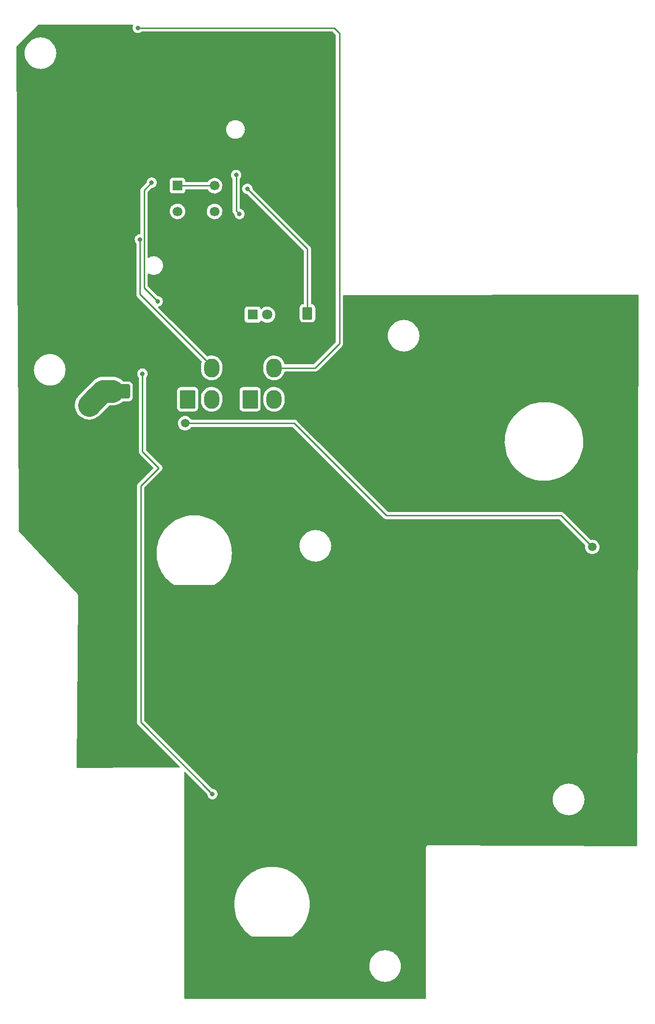
<source format=gbr>
%TF.GenerationSoftware,KiCad,Pcbnew,(6.0.9)*%
%TF.CreationDate,2022-12-27T00:48:20-09:00*%
%TF.ProjectId,PCB_ ECM DISP PANEL,5043422c-2045-4434-9d20-444953502050,rev?*%
%TF.SameCoordinates,Original*%
%TF.FileFunction,Copper,L2,Bot*%
%TF.FilePolarity,Positive*%
%FSLAX46Y46*%
G04 Gerber Fmt 4.6, Leading zero omitted, Abs format (unit mm)*
G04 Created by KiCad (PCBNEW (6.0.9)) date 2022-12-27 00:48:20*
%MOMM*%
%LPD*%
G01*
G04 APERTURE LIST*
G04 Aperture macros list*
%AMRoundRect*
0 Rectangle with rounded corners*
0 $1 Rounding radius*
0 $2 $3 $4 $5 $6 $7 $8 $9 X,Y pos of 4 corners*
0 Add a 4 corners polygon primitive as box body*
4,1,4,$2,$3,$4,$5,$6,$7,$8,$9,$2,$3,0*
0 Add four circle primitives for the rounded corners*
1,1,$1+$1,$2,$3*
1,1,$1+$1,$4,$5*
1,1,$1+$1,$6,$7*
1,1,$1+$1,$8,$9*
0 Add four rect primitives between the rounded corners*
20,1,$1+$1,$2,$3,$4,$5,0*
20,1,$1+$1,$4,$5,$6,$7,0*
20,1,$1+$1,$6,$7,$8,$9,0*
20,1,$1+$1,$8,$9,$2,$3,0*%
G04 Aperture macros list end*
%TA.AperFunction,ComponentPad*%
%ADD10R,1.700000X1.700000*%
%TD*%
%TA.AperFunction,ComponentPad*%
%ADD11C,1.700000*%
%TD*%
%TA.AperFunction,ComponentPad*%
%ADD12RoundRect,0.250001X-1.099999X-1.399999X1.099999X-1.399999X1.099999X1.399999X-1.099999X1.399999X0*%
%TD*%
%TA.AperFunction,ComponentPad*%
%ADD13O,2.700000X3.300000*%
%TD*%
%TA.AperFunction,SMDPad,CuDef*%
%ADD14RoundRect,0.250000X-1.500000X-1.000000X1.500000X-1.000000X1.500000X1.000000X-1.500000X1.000000X0*%
%TD*%
%TA.AperFunction,ComponentPad*%
%ADD15R,1.800000X1.800000*%
%TD*%
%TA.AperFunction,ComponentPad*%
%ADD16C,1.800000*%
%TD*%
%TA.AperFunction,ComponentPad*%
%ADD17RoundRect,0.250000X-0.620000X-0.845000X0.620000X-0.845000X0.620000X0.845000X-0.620000X0.845000X0*%
%TD*%
%TA.AperFunction,ComponentPad*%
%ADD18O,1.740000X2.190000*%
%TD*%
%TA.AperFunction,ViaPad*%
%ADD19C,1.500000*%
%TD*%
%TA.AperFunction,ViaPad*%
%ADD20C,0.800000*%
%TD*%
%TA.AperFunction,Conductor*%
%ADD21C,4.000000*%
%TD*%
%TA.AperFunction,Conductor*%
%ADD22C,0.250000*%
%TD*%
G04 APERTURE END LIST*
D10*
%TO.P,SW1,1*%
%TO.N,/SW_JETT*%
X73406000Y-37465000D03*
D11*
X79906000Y-37465000D03*
%TO.P,SW1,2*%
X73406000Y-41965000D03*
X79906000Y-41965000D03*
%TD*%
D12*
%TO.P,J1,1*%
%TO.N,/LED+5V*%
X86150000Y-74900000D03*
D13*
%TO.P,J1,2*%
X90350000Y-74900000D03*
%TO.P,J1,3*%
%TO.N,/LEDGND*%
X86150000Y-69400000D03*
%TO.P,J1,4*%
%TO.N,/DATAIN*%
X90350000Y-69400000D03*
%TD*%
D12*
%TO.P,J2,1*%
%TO.N,/LED+5V*%
X75200000Y-74900000D03*
D13*
%TO.P,J2,2*%
X79400000Y-74900000D03*
%TO.P,J2,3*%
%TO.N,/LEDGND*%
X75200000Y-69400000D03*
%TO.P,J2,4*%
%TO.N,/DATAOUT*%
X79400000Y-69400000D03*
%TD*%
D14*
%TO.P,C1,1*%
%TO.N,/LED+5V*%
X63298000Y-73533000D03*
%TO.P,C1,2*%
%TO.N,/LEDGND*%
X69798000Y-73533000D03*
%TD*%
D15*
%TO.P,D1,1*%
%TO.N,/LED+5V*%
X86614000Y-60071000D03*
D16*
%TO.P,D1,2*%
%TO.N,Net-(D1-Pad2)*%
X89154000Y-60071000D03*
%TD*%
D17*
%TO.P,J3,1*%
%TO.N,/SW_JETT*%
X96213572Y-59825522D03*
D18*
%TO.P,J3,2*%
%TO.N,/LEDGND*%
X98753572Y-59825522D03*
%TD*%
D19*
%TO.N,/LEDGND*%
X73600000Y-18050000D03*
X111976000Y-81026000D03*
X85250000Y-93050000D03*
X99542600Y-30251400D03*
X143027000Y-60909200D03*
X152197000Y-106375000D03*
X68478400Y-128295000D03*
X99800000Y-24550000D03*
X99441000Y-176022000D03*
X99650000Y-46100000D03*
X79400000Y-139050000D03*
X110109000Y-139192000D03*
X133350000Y-139065000D03*
X108876000Y-100517000D03*
X78486000Y-25908000D03*
X99771200Y-55321200D03*
X136925000Y-93075000D03*
X61850000Y-24550000D03*
X68529000Y-135585000D03*
X90300000Y-18500000D03*
X87137500Y-138787500D03*
X99300000Y-37850000D03*
X69723001Y-109855000D03*
X56300000Y-44000000D03*
X69900000Y-95050000D03*
X137325000Y-72525000D03*
X126873000Y-71694000D03*
X82200000Y-157200000D03*
X82804000Y-168021000D03*
X73025400Y-84454600D03*
X126492000Y-85090000D03*
X83894572Y-33663522D03*
X106989600Y-64160400D03*
X74115572Y-33155522D03*
X102108000Y-148717000D03*
X72313800Y-27330400D03*
X111661000Y-89992200D03*
X99314000Y-155448000D03*
X142100000Y-138650000D03*
X88600000Y-106650000D03*
X143002000Y-106037000D03*
X102200000Y-168700000D03*
X90350000Y-178000000D03*
X81737200Y-85852000D03*
X74792000Y-56758000D03*
X56350000Y-29000000D03*
X79322572Y-45601522D03*
X112382000Y-72212200D03*
X133782000Y-105400000D03*
X143307000Y-68226900D03*
X69289572Y-45220522D03*
X81280000Y-150622000D03*
X63100000Y-57950000D03*
X81559400Y-113894000D03*
X99300000Y-16000000D03*
X53162200Y-55067200D03*
X118050000Y-138900000D03*
X89405800Y-27586600D03*
X151000000Y-138850000D03*
X125400000Y-103600000D03*
X81950000Y-18500000D03*
X56275000Y-36325000D03*
X83845400Y-57378600D03*
X93250000Y-57150000D03*
X65119998Y-39487802D03*
X125500000Y-138800000D03*
X91059000Y-88011000D03*
X102438000Y-139116000D03*
X64350000Y-16050000D03*
X66802000Y-87376000D03*
X125603000Y-78867000D03*
X64516000Y-48514000D03*
X116150000Y-104950000D03*
X123500000Y-89450000D03*
X94615000Y-139065000D03*
X65278000Y-32512000D03*
%TO.N,/LED+5V*%
X59055000Y-74803000D03*
X57912000Y-75946000D03*
D20*
%TO.N,/DATAIN*%
X66450000Y-9800000D03*
%TO.N,/DATAOUT*%
X66820052Y-46883193D03*
D19*
%TO.N,Net-(D45-Pad2)*%
X74750000Y-79100000D03*
X146221700Y-100778300D03*
D20*
%TO.N,Net-(D75-Pad2)*%
X69923660Y-57731660D03*
X68871582Y-36930819D03*
X79537560Y-144112440D03*
X67251580Y-70416420D03*
%TO.N,Net-(D77-Pad1)*%
X83694059Y-35605512D03*
X84275572Y-42426522D03*
%TO.N,/SW_JETT*%
X85672572Y-38018512D03*
%TD*%
D21*
%TO.N,/LED+5V*%
X59055000Y-74803000D02*
X57912000Y-75946000D01*
X61991400Y-73455200D02*
X60402800Y-73455200D01*
X60402800Y-73455200D02*
X59055000Y-74803000D01*
D22*
%TO.N,/DATAIN*%
X97561094Y-69400000D02*
X101850000Y-65111094D01*
X100900000Y-9800000D02*
X66450000Y-9800000D01*
X101850000Y-65111094D02*
X101850000Y-10750000D01*
X90350000Y-69400000D02*
X97561094Y-69400000D01*
X101850000Y-10750000D02*
X100900000Y-9800000D01*
%TO.N,/DATAOUT*%
X79400000Y-69100000D02*
X66820052Y-56520052D01*
X66820052Y-56520052D02*
X66820052Y-46883193D01*
X79400000Y-69400000D02*
X79400000Y-69100000D01*
%TO.N,Net-(D45-Pad2)*%
X146221700Y-100778300D02*
X140726999Y-95283599D01*
X140726999Y-95283599D02*
X110083599Y-95283599D01*
X110083599Y-95283599D02*
X93900000Y-79100000D01*
X93900000Y-79100000D02*
X74750000Y-79100000D01*
%TO.N,Net-(D75-Pad2)*%
X66948114Y-131522994D02*
X66948114Y-90096686D01*
X79537560Y-144112440D02*
X66948114Y-131522994D01*
X67251580Y-84047780D02*
X67251580Y-70416420D01*
X66948114Y-90096686D02*
X70124300Y-86920500D01*
X67547094Y-55355094D02*
X67547094Y-38255307D01*
X67547094Y-38255307D02*
X68871582Y-36930819D01*
X70124300Y-86920500D02*
X67251580Y-84047780D01*
X69923660Y-57731660D02*
X67547094Y-55355094D01*
%TO.N,Net-(D77-Pad1)*%
X83694059Y-41845009D02*
X83694059Y-35605512D01*
X84275572Y-42426522D02*
X83694059Y-41845009D01*
%TO.N,/SW_JETT*%
X96213572Y-59825522D02*
X96213572Y-48559512D01*
X96213572Y-48559512D02*
X85672572Y-38018512D01*
X79906000Y-37465000D02*
X73406000Y-37465000D01*
%TD*%
%TA.AperFunction,Conductor*%
%TO.N,/LEDGND*%
G36*
X65561164Y-9291502D02*
G01*
X65607657Y-9345158D01*
X65617761Y-9415432D01*
X65612876Y-9436436D01*
X65556458Y-9610072D01*
X65536496Y-9800000D01*
X65556458Y-9989928D01*
X65615473Y-10171556D01*
X65710960Y-10336944D01*
X65838747Y-10478866D01*
X65993248Y-10591118D01*
X65999276Y-10593802D01*
X65999278Y-10593803D01*
X66161681Y-10666109D01*
X66167712Y-10668794D01*
X66261113Y-10688647D01*
X66348056Y-10707128D01*
X66348061Y-10707128D01*
X66354513Y-10708500D01*
X66545487Y-10708500D01*
X66551939Y-10707128D01*
X66551944Y-10707128D01*
X66638887Y-10688647D01*
X66732288Y-10668794D01*
X66738319Y-10666109D01*
X66900722Y-10593803D01*
X66900724Y-10593802D01*
X66906752Y-10591118D01*
X67061253Y-10478866D01*
X67065668Y-10473963D01*
X67070580Y-10469540D01*
X67071705Y-10470789D01*
X67125014Y-10437949D01*
X67158200Y-10433500D01*
X100585405Y-10433500D01*
X100653526Y-10453502D01*
X100674501Y-10470405D01*
X101179596Y-10975501D01*
X101213621Y-11037813D01*
X101216500Y-11064596D01*
X101216500Y-64796500D01*
X101196498Y-64864621D01*
X101179595Y-64885595D01*
X97335594Y-68729595D01*
X97273282Y-68763621D01*
X97246499Y-68766500D01*
X92280929Y-68766500D01*
X92212808Y-68746498D01*
X92166315Y-68692842D01*
X92157892Y-68667664D01*
X92136791Y-68572088D01*
X92136790Y-68572084D01*
X92135806Y-68567628D01*
X92088028Y-68441520D01*
X92041868Y-68319682D01*
X92041867Y-68319679D01*
X92040250Y-68315412D01*
X91909286Y-68079632D01*
X91827471Y-67972429D01*
X91748429Y-67868859D01*
X91748428Y-67868858D01*
X91745657Y-67865227D01*
X91552792Y-67676688D01*
X91334730Y-67517966D01*
X91234969Y-67465479D01*
X91100079Y-67394510D01*
X91100073Y-67394507D01*
X91096039Y-67392385D01*
X91091734Y-67390865D01*
X91091730Y-67390863D01*
X90846033Y-67304098D01*
X90846032Y-67304098D01*
X90841720Y-67302575D01*
X90713968Y-67277395D01*
X90581572Y-67251300D01*
X90581566Y-67251299D01*
X90577100Y-67250419D01*
X90572547Y-67250192D01*
X90572544Y-67250192D01*
X90312292Y-67237236D01*
X90312286Y-67237236D01*
X90307723Y-67237009D01*
X90039231Y-67262625D01*
X90034797Y-67263710D01*
X90034791Y-67263711D01*
X89825714Y-67314872D01*
X89777250Y-67326731D01*
X89527267Y-67427985D01*
X89294518Y-67564265D01*
X89290951Y-67567118D01*
X89131433Y-67694688D01*
X89083881Y-67732716D01*
X88899766Y-67929809D01*
X88746032Y-68151416D01*
X88625899Y-68392894D01*
X88624478Y-68397228D01*
X88624477Y-68397231D01*
X88598117Y-68477643D01*
X88541882Y-68649186D01*
X88541102Y-68653677D01*
X88541102Y-68653678D01*
X88509525Y-68835547D01*
X88495743Y-68914921D01*
X88491500Y-69000149D01*
X88491500Y-69768512D01*
X88491665Y-69770780D01*
X88491665Y-69770792D01*
X88498092Y-69859366D01*
X88506047Y-69969004D01*
X88507031Y-69973459D01*
X88507031Y-69973462D01*
X88562896Y-70226492D01*
X88564194Y-70232372D01*
X88565812Y-70236642D01*
X88631944Y-70411194D01*
X88659750Y-70484588D01*
X88790714Y-70720368D01*
X88793486Y-70724000D01*
X88907608Y-70873535D01*
X88954343Y-70934773D01*
X88957609Y-70937966D01*
X88957611Y-70937968D01*
X89019926Y-70998885D01*
X89147208Y-71123312D01*
X89365270Y-71282034D01*
X89465031Y-71334521D01*
X89599921Y-71405490D01*
X89599927Y-71405493D01*
X89603961Y-71407615D01*
X89608266Y-71409135D01*
X89608270Y-71409137D01*
X89853967Y-71495902D01*
X89858280Y-71497425D01*
X89986032Y-71522605D01*
X90118428Y-71548700D01*
X90118434Y-71548701D01*
X90122900Y-71549581D01*
X90127453Y-71549808D01*
X90127456Y-71549808D01*
X90387708Y-71562764D01*
X90387714Y-71562764D01*
X90392277Y-71562991D01*
X90660769Y-71537375D01*
X90665203Y-71536290D01*
X90665209Y-71536289D01*
X90918312Y-71474355D01*
X90922750Y-71473269D01*
X91172733Y-71372015D01*
X91405482Y-71235735D01*
X91616119Y-71067284D01*
X91800234Y-70870191D01*
X91953968Y-70648584D01*
X92074101Y-70407106D01*
X92077360Y-70397166D01*
X92156698Y-70155147D01*
X92156699Y-70155141D01*
X92158118Y-70150814D01*
X92158898Y-70146322D01*
X92158900Y-70146315D01*
X92160352Y-70137949D01*
X92191710Y-70074253D01*
X92252527Y-70037623D01*
X92284495Y-70033500D01*
X97482327Y-70033500D01*
X97493510Y-70034027D01*
X97501003Y-70035702D01*
X97508929Y-70035453D01*
X97508930Y-70035453D01*
X97569080Y-70033562D01*
X97573039Y-70033500D01*
X97600950Y-70033500D01*
X97604885Y-70033003D01*
X97604950Y-70032995D01*
X97616787Y-70032062D01*
X97649045Y-70031048D01*
X97653064Y-70030922D01*
X97660983Y-70030673D01*
X97680437Y-70025021D01*
X97699794Y-70021013D01*
X97712024Y-70019468D01*
X97712025Y-70019468D01*
X97719891Y-70018474D01*
X97727262Y-70015555D01*
X97727264Y-70015555D01*
X97761006Y-70002196D01*
X97772236Y-69998351D01*
X97807077Y-69988229D01*
X97807078Y-69988229D01*
X97814687Y-69986018D01*
X97821506Y-69981985D01*
X97821511Y-69981983D01*
X97832122Y-69975707D01*
X97849870Y-69967012D01*
X97868711Y-69959552D01*
X97904481Y-69933564D01*
X97914401Y-69927048D01*
X97945629Y-69908580D01*
X97945632Y-69908578D01*
X97952456Y-69904542D01*
X97966777Y-69890221D01*
X97981811Y-69877380D01*
X97991788Y-69870131D01*
X97998201Y-69865472D01*
X98026392Y-69831395D01*
X98034382Y-69822616D01*
X102242253Y-65614746D01*
X102250539Y-65607206D01*
X102257018Y-65603094D01*
X102303644Y-65553442D01*
X102306398Y-65550601D01*
X102326135Y-65530864D01*
X102328615Y-65527667D01*
X102336320Y-65518645D01*
X102361159Y-65492194D01*
X102366586Y-65486415D01*
X102370405Y-65479469D01*
X102370407Y-65479466D01*
X102376348Y-65468660D01*
X102387199Y-65452141D01*
X102394758Y-65442395D01*
X102399614Y-65436135D01*
X102402759Y-65428866D01*
X102402762Y-65428862D01*
X102417174Y-65395557D01*
X102422391Y-65384907D01*
X102443695Y-65346154D01*
X102448733Y-65326531D01*
X102455137Y-65307828D01*
X102460033Y-65296514D01*
X102460033Y-65296513D01*
X102463181Y-65289239D01*
X102464420Y-65281416D01*
X102464423Y-65281406D01*
X102470099Y-65245570D01*
X102472505Y-65233950D01*
X102481528Y-65198805D01*
X102481528Y-65198804D01*
X102483500Y-65191124D01*
X102483500Y-65170870D01*
X102485051Y-65151159D01*
X102486980Y-65138980D01*
X102488220Y-65131151D01*
X102484059Y-65087132D01*
X102483500Y-65075275D01*
X102483500Y-63748052D01*
X110341068Y-63748052D01*
X110359345Y-64080156D01*
X110360006Y-64083883D01*
X110360006Y-64083887D01*
X110405930Y-64343012D01*
X110417387Y-64407658D01*
X110514354Y-64725815D01*
X110515885Y-64729279D01*
X110515888Y-64729286D01*
X110545603Y-64796500D01*
X110648841Y-65030019D01*
X110650777Y-65033273D01*
X110650780Y-65033279D01*
X110814120Y-65307828D01*
X110818900Y-65315863D01*
X111022068Y-65579206D01*
X111255401Y-65816234D01*
X111515521Y-66023513D01*
X111798658Y-66198041D01*
X112100712Y-66337290D01*
X112104312Y-66338449D01*
X112104319Y-66338452D01*
X112413698Y-66438080D01*
X112413701Y-66438081D01*
X112417307Y-66439242D01*
X112421023Y-66439961D01*
X112421031Y-66439963D01*
X112740139Y-66501703D01*
X112740145Y-66501704D01*
X112743857Y-66502422D01*
X112747633Y-66502689D01*
X112747638Y-66502690D01*
X112848339Y-66509819D01*
X113006566Y-66521022D01*
X113188207Y-66521022D01*
X113190073Y-66520910D01*
X113190090Y-66520909D01*
X113432800Y-66506277D01*
X113432807Y-66506276D01*
X113436575Y-66506049D01*
X113620973Y-66472371D01*
X113760042Y-66446973D01*
X113760047Y-66446972D01*
X113763769Y-66446292D01*
X113767381Y-66445171D01*
X113767387Y-66445169D01*
X113987399Y-66376854D01*
X114081415Y-66347661D01*
X114384910Y-66211583D01*
X114526017Y-66126630D01*
X114666606Y-66041988D01*
X114666612Y-66041984D01*
X114669859Y-66040029D01*
X114672843Y-66037702D01*
X114672850Y-66037697D01*
X114929147Y-65837816D01*
X114929154Y-65837810D01*
X114932135Y-65835485D01*
X115167938Y-65600914D01*
X115354277Y-65364544D01*
X115371502Y-65342694D01*
X115373852Y-65339713D01*
X115546895Y-65055666D01*
X115624222Y-64885595D01*
X115682992Y-64756339D01*
X115682995Y-64756331D01*
X115684561Y-64752887D01*
X115784854Y-64435762D01*
X115846323Y-64108886D01*
X115868076Y-63776992D01*
X115849799Y-63444888D01*
X115844048Y-63412435D01*
X115792418Y-63121116D01*
X115791757Y-63117386D01*
X115694790Y-62799229D01*
X115693259Y-62795765D01*
X115693256Y-62795758D01*
X115561835Y-62498491D01*
X115560303Y-62495025D01*
X115547095Y-62472823D01*
X115392183Y-62212440D01*
X115392182Y-62212439D01*
X115390244Y-62209181D01*
X115187076Y-61945838D01*
X114953743Y-61708810D01*
X114693623Y-61501531D01*
X114410486Y-61327003D01*
X114108432Y-61187754D01*
X114104832Y-61186595D01*
X114104825Y-61186592D01*
X113795446Y-61086964D01*
X113795443Y-61086963D01*
X113791837Y-61085802D01*
X113788121Y-61085083D01*
X113788113Y-61085081D01*
X113469005Y-61023341D01*
X113468999Y-61023340D01*
X113465287Y-61022622D01*
X113461511Y-61022355D01*
X113461506Y-61022354D01*
X113360805Y-61015225D01*
X113202578Y-61004022D01*
X113020937Y-61004022D01*
X113019071Y-61004134D01*
X113019054Y-61004135D01*
X112776344Y-61018767D01*
X112776337Y-61018768D01*
X112772569Y-61018995D01*
X112588171Y-61052673D01*
X112449102Y-61078071D01*
X112449097Y-61078072D01*
X112445375Y-61078752D01*
X112441763Y-61079873D01*
X112441757Y-61079875D01*
X112255871Y-61137594D01*
X112127729Y-61177383D01*
X111824234Y-61313461D01*
X111702276Y-61386886D01*
X111542538Y-61483056D01*
X111542532Y-61483060D01*
X111539285Y-61485015D01*
X111536301Y-61487342D01*
X111536294Y-61487347D01*
X111279997Y-61687228D01*
X111279990Y-61687234D01*
X111277009Y-61689559D01*
X111041206Y-61924130D01*
X110835292Y-62185331D01*
X110662249Y-62469378D01*
X110660683Y-62472823D01*
X110526152Y-62768705D01*
X110526149Y-62768713D01*
X110524583Y-62772157D01*
X110424290Y-63089282D01*
X110362821Y-63416158D01*
X110341068Y-63748052D01*
X102483500Y-63748052D01*
X102483500Y-56742931D01*
X102503502Y-56674810D01*
X102557158Y-56628317D01*
X102609438Y-56616931D01*
X154227254Y-56592007D01*
X154295385Y-56611976D01*
X154341903Y-56665609D01*
X154353314Y-56718400D01*
X154052483Y-153084522D01*
X154032269Y-153152580D01*
X153978468Y-153198905D01*
X153926052Y-153210128D01*
X117525861Y-153085384D01*
X117525642Y-153085383D01*
X117439173Y-153084936D01*
X117439170Y-153084936D01*
X117430199Y-153084890D01*
X117421576Y-153087363D01*
X117421570Y-153087364D01*
X117403114Y-153092658D01*
X117385811Y-153096330D01*
X117383125Y-153096705D01*
X117366796Y-153098986D01*
X117366792Y-153098987D01*
X117357904Y-153100229D01*
X117338184Y-153109114D01*
X117333222Y-153111349D01*
X117316207Y-153117586D01*
X117290187Y-153125049D01*
X117282602Y-153129845D01*
X117282599Y-153129846D01*
X117266369Y-153140108D01*
X117250800Y-153148484D01*
X117225103Y-153160062D01*
X117218282Y-153165899D01*
X117204536Y-153177661D01*
X117189950Y-153188425D01*
X117167073Y-153202890D01*
X117161136Y-153209625D01*
X117161135Y-153209626D01*
X117148435Y-153224033D01*
X117135841Y-153236443D01*
X117114433Y-153254762D01*
X117099824Y-153277132D01*
X117099629Y-153277430D01*
X117088655Y-153291850D01*
X117070756Y-153312156D01*
X117058802Y-153337678D01*
X117050206Y-153353110D01*
X117034789Y-153376718D01*
X117032187Y-153385311D01*
X117032186Y-153385313D01*
X117026941Y-153402635D01*
X117020453Y-153419562D01*
X117008978Y-153444064D01*
X117007605Y-153452934D01*
X117007605Y-153452935D01*
X117004670Y-153471903D01*
X117000746Y-153489147D01*
X116992577Y-153516125D01*
X116992491Y-153525103D01*
X116992491Y-153525105D01*
X116992245Y-153550906D01*
X116992168Y-153552691D01*
X116991863Y-153554666D01*
X116991868Y-153559519D01*
X116991867Y-153559526D01*
X116991893Y-153587098D01*
X116991887Y-153588416D01*
X116991188Y-153661776D01*
X116991819Y-153664011D01*
X116991969Y-153666249D01*
X117012847Y-175797341D01*
X117016701Y-179883181D01*
X116996763Y-179951321D01*
X116943151Y-179997864D01*
X116890701Y-180009300D01*
X74750509Y-180009300D01*
X74682388Y-179989298D01*
X74635895Y-179935642D01*
X74624509Y-179883537D01*
X74613881Y-174229530D01*
X107066096Y-174229530D01*
X107084373Y-174561634D01*
X107085034Y-174565361D01*
X107085034Y-174565365D01*
X107130958Y-174824490D01*
X107142415Y-174889136D01*
X107239382Y-175207293D01*
X107240913Y-175210757D01*
X107240916Y-175210764D01*
X107323670Y-175397949D01*
X107373869Y-175511497D01*
X107375805Y-175514751D01*
X107375808Y-175514757D01*
X107541989Y-175794082D01*
X107543928Y-175797341D01*
X107747096Y-176060684D01*
X107980429Y-176297712D01*
X108240549Y-176504991D01*
X108523686Y-176679519D01*
X108825740Y-176818768D01*
X108829340Y-176819927D01*
X108829347Y-176819930D01*
X109138726Y-176919558D01*
X109138729Y-176919559D01*
X109142335Y-176920720D01*
X109146051Y-176921439D01*
X109146059Y-176921441D01*
X109465167Y-176983181D01*
X109465173Y-176983182D01*
X109468885Y-176983900D01*
X109472661Y-176984167D01*
X109472666Y-176984168D01*
X109573367Y-176991297D01*
X109731594Y-177002500D01*
X109913235Y-177002500D01*
X109915101Y-177002388D01*
X109915118Y-177002387D01*
X110157828Y-176987755D01*
X110157835Y-176987754D01*
X110161603Y-176987527D01*
X110346001Y-176953849D01*
X110485070Y-176928451D01*
X110485075Y-176928450D01*
X110488797Y-176927770D01*
X110492409Y-176926649D01*
X110492415Y-176926647D01*
X110712427Y-176858332D01*
X110806443Y-176829139D01*
X111109938Y-176693061D01*
X111251045Y-176608108D01*
X111391634Y-176523466D01*
X111391640Y-176523462D01*
X111394887Y-176521507D01*
X111397871Y-176519180D01*
X111397878Y-176519175D01*
X111654175Y-176319294D01*
X111654182Y-176319288D01*
X111657163Y-176316963D01*
X111892966Y-176082392D01*
X112098880Y-175821191D01*
X112271923Y-175537144D01*
X112326983Y-175416046D01*
X112408020Y-175237817D01*
X112408023Y-175237809D01*
X112409589Y-175234365D01*
X112509882Y-174917240D01*
X112571351Y-174590364D01*
X112593104Y-174258470D01*
X112574827Y-173926366D01*
X112569076Y-173893913D01*
X112517446Y-173602594D01*
X112516785Y-173598864D01*
X112419818Y-173280707D01*
X112418287Y-173277243D01*
X112418284Y-173277236D01*
X112286863Y-172979969D01*
X112285331Y-172976503D01*
X112272123Y-172954301D01*
X112117211Y-172693918D01*
X112117210Y-172693917D01*
X112115272Y-172690659D01*
X111912104Y-172427316D01*
X111678771Y-172190288D01*
X111418651Y-171983009D01*
X111135514Y-171808481D01*
X110833460Y-171669232D01*
X110829860Y-171668073D01*
X110829853Y-171668070D01*
X110520474Y-171568442D01*
X110520471Y-171568441D01*
X110516865Y-171567280D01*
X110513149Y-171566561D01*
X110513141Y-171566559D01*
X110194033Y-171504819D01*
X110194027Y-171504818D01*
X110190315Y-171504100D01*
X110186539Y-171503833D01*
X110186534Y-171503832D01*
X110085833Y-171496703D01*
X109927606Y-171485500D01*
X109745965Y-171485500D01*
X109744099Y-171485612D01*
X109744082Y-171485613D01*
X109501372Y-171500245D01*
X109501365Y-171500246D01*
X109497597Y-171500473D01*
X109313199Y-171534151D01*
X109174130Y-171559549D01*
X109174125Y-171559550D01*
X109170403Y-171560230D01*
X109166791Y-171561351D01*
X109166785Y-171561353D01*
X108946773Y-171629668D01*
X108852757Y-171658861D01*
X108549262Y-171794939D01*
X108408155Y-171879892D01*
X108267566Y-171964534D01*
X108267560Y-171964538D01*
X108264313Y-171966493D01*
X108261329Y-171968820D01*
X108261322Y-171968825D01*
X108005025Y-172168706D01*
X108005018Y-172168712D01*
X108002037Y-172171037D01*
X107766234Y-172405608D01*
X107560320Y-172666809D01*
X107387277Y-172950856D01*
X107385711Y-172954301D01*
X107251180Y-173250183D01*
X107251177Y-173250191D01*
X107249611Y-173253635D01*
X107149318Y-173570760D01*
X107087849Y-173897636D01*
X107066096Y-174229530D01*
X74613881Y-174229530D01*
X74593614Y-163447945D01*
X83381227Y-163447945D01*
X83399842Y-163953319D01*
X83400115Y-163955714D01*
X83456175Y-164448153D01*
X83457044Y-164455790D01*
X83552496Y-164952417D01*
X83685641Y-165440291D01*
X83686456Y-165442573D01*
X83853943Y-165911639D01*
X83855699Y-165916558D01*
X84061674Y-166378427D01*
X84062818Y-166380542D01*
X84062819Y-166380543D01*
X84301210Y-166821072D01*
X84301217Y-166821084D01*
X84302360Y-166823196D01*
X84576349Y-167248260D01*
X84882035Y-167651131D01*
X84883632Y-167652931D01*
X84883635Y-167652935D01*
X85216030Y-168027647D01*
X85216038Y-168027656D01*
X85217630Y-168029450D01*
X85219362Y-168031125D01*
X85219364Y-168031127D01*
X85246144Y-168057024D01*
X85581168Y-168381003D01*
X85970522Y-168703730D01*
X85972494Y-168705124D01*
X85972497Y-168705127D01*
X86365289Y-168982927D01*
X86369483Y-168986057D01*
X86372770Y-168989082D01*
X86381600Y-168994988D01*
X86381703Y-168995079D01*
X86381813Y-168995131D01*
X86383204Y-168996061D01*
X86387610Y-168998109D01*
X86387614Y-168998111D01*
X86448526Y-169026420D01*
X86448905Y-169026597D01*
X86513577Y-169056929D01*
X86514467Y-169057067D01*
X86515293Y-169057451D01*
X86523965Y-169058767D01*
X86523966Y-169058767D01*
X86586515Y-169068256D01*
X86624170Y-169074104D01*
X86624910Y-169074104D01*
X86625512Y-169074173D01*
X86641452Y-169076591D01*
X86650429Y-169077953D01*
X86650430Y-169077953D01*
X86659303Y-169079299D01*
X86668202Y-169078100D01*
X86689738Y-169075199D01*
X86706511Y-169074071D01*
X93271387Y-169071442D01*
X93291206Y-169073003D01*
X93313791Y-169076591D01*
X93322693Y-169075455D01*
X93322696Y-169075455D01*
X93351577Y-169071769D01*
X93355196Y-169071409D01*
X93358372Y-169071407D01*
X93389018Y-169067005D01*
X93390976Y-169066740D01*
X93449793Y-169059234D01*
X93449796Y-169059233D01*
X93458277Y-169058151D01*
X93462008Y-169056523D01*
X93466040Y-169055944D01*
X93473820Y-169052403D01*
X93527771Y-169027847D01*
X93529579Y-169027042D01*
X93587307Y-169001854D01*
X93587321Y-169001847D01*
X93591780Y-168999901D01*
X93598382Y-168995707D01*
X93598611Y-168995603D01*
X93598793Y-168995446D01*
X93602376Y-168993170D01*
X93603323Y-168992339D01*
X93605655Y-168991468D01*
X93605142Y-168990743D01*
X94012868Y-168701891D01*
X94012880Y-168701882D01*
X94014822Y-168700506D01*
X94016656Y-168698984D01*
X94016663Y-168698978D01*
X94217552Y-168532193D01*
X94403917Y-168377467D01*
X94767173Y-168025623D01*
X94768778Y-168023811D01*
X95100876Y-167648830D01*
X95100885Y-167648819D01*
X95102465Y-167647035D01*
X95197910Y-167521036D01*
X95406369Y-167245846D01*
X95406378Y-167245834D01*
X95407828Y-167243919D01*
X95681476Y-166818636D01*
X95921805Y-166373674D01*
X96127410Y-165911639D01*
X96297086Y-165435237D01*
X96429840Y-164947256D01*
X96430295Y-164944879D01*
X96524439Y-164452933D01*
X96524441Y-164452921D01*
X96524894Y-164450553D01*
X96581693Y-163948036D01*
X96581780Y-163945624D01*
X96599816Y-163445068D01*
X96599816Y-163445063D01*
X96599903Y-163442648D01*
X96579419Y-162937346D01*
X96520359Y-162435090D01*
X96423070Y-161938820D01*
X96342537Y-161647965D01*
X96288769Y-161453776D01*
X96288765Y-161453765D01*
X96288122Y-161451441D01*
X96116303Y-160975807D01*
X95908621Y-160514703D01*
X95848814Y-160405153D01*
X95667451Y-160072950D01*
X95666292Y-160070827D01*
X95390733Y-159646779D01*
X95083559Y-159245042D01*
X94746567Y-158867966D01*
X94656775Y-158781775D01*
X94383465Y-158519426D01*
X94383459Y-158519421D01*
X94381730Y-158517761D01*
X94167963Y-158341903D01*
X93993044Y-158198004D01*
X93993036Y-158197998D01*
X93991186Y-158196476D01*
X93577219Y-157905993D01*
X93575150Y-157904766D01*
X93575144Y-157904762D01*
X93144315Y-157649233D01*
X93144307Y-157649229D01*
X93142254Y-157648011D01*
X92688837Y-157424042D01*
X92509585Y-157351974D01*
X92221878Y-157236302D01*
X92221864Y-157236297D01*
X92219623Y-157235396D01*
X91744113Y-157085310D01*
X91739662Y-157083905D01*
X91739657Y-157083904D01*
X91737358Y-157083178D01*
X91244867Y-156968279D01*
X90745033Y-156891372D01*
X90245881Y-156853297D01*
X90243194Y-156853092D01*
X90243192Y-156853092D01*
X90240781Y-156852908D01*
X89986153Y-156853010D01*
X89737486Y-156853110D01*
X89737485Y-156853110D01*
X89735065Y-156853111D01*
X89732658Y-156853297D01*
X89732646Y-156853297D01*
X89233252Y-156891793D01*
X89233242Y-156891794D01*
X89230844Y-156891979D01*
X88731071Y-156969287D01*
X88728744Y-156969832D01*
X88728733Y-156969834D01*
X88241020Y-157084030D01*
X88241009Y-157084033D01*
X88238673Y-157084580D01*
X87756530Y-157237184D01*
X87287468Y-157426206D01*
X87285320Y-157427269D01*
X87285307Y-157427275D01*
X86903518Y-157616244D01*
X86834230Y-157650539D01*
X86832163Y-157651767D01*
X86832156Y-157651771D01*
X86401546Y-157907636D01*
X86401534Y-157907644D01*
X86399472Y-157908869D01*
X86397494Y-157910259D01*
X86397493Y-157910260D01*
X85988130Y-158198004D01*
X85985738Y-158199685D01*
X85983895Y-158201204D01*
X85983888Y-158201209D01*
X85813144Y-158341903D01*
X85595451Y-158521283D01*
X85230896Y-158871780D01*
X85229299Y-158873569D01*
X85229294Y-158873575D01*
X84895815Y-159247321D01*
X84895807Y-159247331D01*
X84894206Y-159249125D01*
X84587354Y-159651109D01*
X84312135Y-160075378D01*
X84070162Y-160519447D01*
X83862849Y-160980718D01*
X83862031Y-160982987D01*
X83862029Y-160982993D01*
X83694051Y-161449168D01*
X83691413Y-161456490D01*
X83556855Y-161943976D01*
X83556392Y-161946349D01*
X83460986Y-162435090D01*
X83459964Y-162440324D01*
X83401307Y-162942628D01*
X83381227Y-163447945D01*
X74593614Y-163447945D01*
X74582289Y-157423143D01*
X74558990Y-145028052D01*
X139297068Y-145028052D01*
X139315345Y-145360156D01*
X139316006Y-145363883D01*
X139316006Y-145363887D01*
X139361930Y-145623012D01*
X139373387Y-145687658D01*
X139470354Y-146005815D01*
X139471885Y-146009279D01*
X139471888Y-146009286D01*
X139554642Y-146196471D01*
X139604841Y-146310019D01*
X139606777Y-146313273D01*
X139606780Y-146313279D01*
X139772961Y-146592604D01*
X139774900Y-146595863D01*
X139978068Y-146859206D01*
X140211401Y-147096234D01*
X140471521Y-147303513D01*
X140754658Y-147478041D01*
X141056712Y-147617290D01*
X141060312Y-147618449D01*
X141060319Y-147618452D01*
X141369698Y-147718080D01*
X141369701Y-147718081D01*
X141373307Y-147719242D01*
X141377023Y-147719961D01*
X141377031Y-147719963D01*
X141696139Y-147781703D01*
X141696145Y-147781704D01*
X141699857Y-147782422D01*
X141703633Y-147782689D01*
X141703638Y-147782690D01*
X141804339Y-147789819D01*
X141962566Y-147801022D01*
X142144207Y-147801022D01*
X142146073Y-147800910D01*
X142146090Y-147800909D01*
X142388800Y-147786277D01*
X142388807Y-147786276D01*
X142392575Y-147786049D01*
X142576973Y-147752371D01*
X142716042Y-147726973D01*
X142716047Y-147726972D01*
X142719769Y-147726292D01*
X142723381Y-147725171D01*
X142723387Y-147725169D01*
X142943399Y-147656854D01*
X143037415Y-147627661D01*
X143340910Y-147491583D01*
X143482017Y-147406630D01*
X143622606Y-147321988D01*
X143622612Y-147321984D01*
X143625859Y-147320029D01*
X143628843Y-147317702D01*
X143628850Y-147317697D01*
X143885147Y-147117816D01*
X143885154Y-147117810D01*
X143888135Y-147115485D01*
X144123938Y-146880914D01*
X144329852Y-146619713D01*
X144502895Y-146335666D01*
X144557955Y-146214568D01*
X144638992Y-146036339D01*
X144638995Y-146036331D01*
X144640561Y-146032887D01*
X144740854Y-145715762D01*
X144802323Y-145388886D01*
X144824076Y-145056992D01*
X144805799Y-144724888D01*
X144800048Y-144692435D01*
X144748418Y-144401116D01*
X144747757Y-144397386D01*
X144716798Y-144295805D01*
X144651898Y-144082865D01*
X144650790Y-144079229D01*
X144649259Y-144075765D01*
X144649256Y-144075758D01*
X144517835Y-143778491D01*
X144516303Y-143775025D01*
X144503095Y-143752823D01*
X144348183Y-143492440D01*
X144348182Y-143492439D01*
X144346244Y-143489181D01*
X144303344Y-143433574D01*
X144269373Y-143389542D01*
X144143076Y-143225838D01*
X143909743Y-142988810D01*
X143649623Y-142781531D01*
X143366486Y-142607003D01*
X143064432Y-142467754D01*
X143060832Y-142466595D01*
X143060825Y-142466592D01*
X142751446Y-142366964D01*
X142751443Y-142366963D01*
X142747837Y-142365802D01*
X142744121Y-142365083D01*
X142744113Y-142365081D01*
X142425005Y-142303341D01*
X142424999Y-142303340D01*
X142421287Y-142302622D01*
X142417511Y-142302355D01*
X142417506Y-142302354D01*
X142316805Y-142295225D01*
X142158578Y-142284022D01*
X141976937Y-142284022D01*
X141975071Y-142284134D01*
X141975054Y-142284135D01*
X141732344Y-142298767D01*
X141732337Y-142298768D01*
X141728569Y-142298995D01*
X141544171Y-142332673D01*
X141405102Y-142358071D01*
X141405097Y-142358072D01*
X141401375Y-142358752D01*
X141397763Y-142359873D01*
X141397757Y-142359875D01*
X141177745Y-142428190D01*
X141083729Y-142457383D01*
X140780234Y-142593461D01*
X140639127Y-142678414D01*
X140498538Y-142763056D01*
X140498532Y-142763060D01*
X140495285Y-142765015D01*
X140492301Y-142767342D01*
X140492294Y-142767347D01*
X140235997Y-142967228D01*
X140235990Y-142967234D01*
X140233009Y-142969559D01*
X139997206Y-143204130D01*
X139791292Y-143465331D01*
X139618249Y-143749378D01*
X139616683Y-143752823D01*
X139482152Y-144048705D01*
X139482149Y-144048713D01*
X139480583Y-144052157D01*
X139380290Y-144369282D01*
X139318821Y-144696158D01*
X139297068Y-145028052D01*
X74558990Y-145028052D01*
X74550150Y-140325360D01*
X74570024Y-140257203D01*
X74623592Y-140210609D01*
X74693847Y-140200373D01*
X74758483Y-140229745D01*
X74765245Y-140236029D01*
X78590438Y-144061222D01*
X78624464Y-144123534D01*
X78626652Y-144137143D01*
X78644018Y-144302368D01*
X78703033Y-144483996D01*
X78798520Y-144649384D01*
X78802938Y-144654291D01*
X78802939Y-144654292D01*
X78866504Y-144724888D01*
X78926307Y-144791306D01*
X79080808Y-144903558D01*
X79086836Y-144906242D01*
X79086838Y-144906243D01*
X79249241Y-144978549D01*
X79255272Y-144981234D01*
X79348672Y-145001087D01*
X79435616Y-145019568D01*
X79435621Y-145019568D01*
X79442073Y-145020940D01*
X79633047Y-145020940D01*
X79639499Y-145019568D01*
X79639504Y-145019568D01*
X79726448Y-145001087D01*
X79819848Y-144981234D01*
X79825879Y-144978549D01*
X79988282Y-144906243D01*
X79988284Y-144906242D01*
X79994312Y-144903558D01*
X80148813Y-144791306D01*
X80208616Y-144724888D01*
X80272181Y-144654292D01*
X80272182Y-144654291D01*
X80276600Y-144649384D01*
X80372087Y-144483996D01*
X80431102Y-144302368D01*
X80451064Y-144112440D01*
X80431102Y-143922512D01*
X80372087Y-143740884D01*
X80276600Y-143575496D01*
X80148813Y-143433574D01*
X79994312Y-143321322D01*
X79988284Y-143318638D01*
X79988282Y-143318637D01*
X79825879Y-143246331D01*
X79825878Y-143246331D01*
X79819848Y-143243646D01*
X79723375Y-143223140D01*
X79639504Y-143205312D01*
X79639499Y-143205312D01*
X79633047Y-143203940D01*
X79577155Y-143203940D01*
X79509034Y-143183938D01*
X79488060Y-143167035D01*
X67618519Y-131297494D01*
X67584493Y-131235182D01*
X67581614Y-131208399D01*
X67581614Y-101852945D01*
X69728727Y-101852945D01*
X69747342Y-102358318D01*
X69779811Y-102643529D01*
X69795775Y-102783757D01*
X69804544Y-102860789D01*
X69899996Y-103357416D01*
X70033141Y-103845291D01*
X70203199Y-104321557D01*
X70409174Y-104783427D01*
X70649860Y-105228195D01*
X70651167Y-105230223D01*
X70651169Y-105230226D01*
X70922293Y-105650847D01*
X70923848Y-105653260D01*
X71229534Y-106056131D01*
X71231131Y-106057931D01*
X71231134Y-106057935D01*
X71563529Y-106432647D01*
X71563537Y-106432656D01*
X71565129Y-106434450D01*
X71566861Y-106436125D01*
X71566863Y-106436127D01*
X71593643Y-106462024D01*
X71928667Y-106786002D01*
X72318021Y-107108730D01*
X72319977Y-107110114D01*
X72319987Y-107110121D01*
X72712772Y-107387914D01*
X72716980Y-107391054D01*
X72720269Y-107394082D01*
X72729099Y-107399988D01*
X72729202Y-107400079D01*
X72729312Y-107400131D01*
X72730703Y-107401061D01*
X72735109Y-107403109D01*
X72735113Y-107403111D01*
X72796025Y-107431420D01*
X72796404Y-107431597D01*
X72861076Y-107461929D01*
X72861966Y-107462067D01*
X72862792Y-107462451D01*
X72871464Y-107463767D01*
X72871465Y-107463767D01*
X72924028Y-107471741D01*
X72934014Y-107473256D01*
X72971669Y-107479104D01*
X72972409Y-107479104D01*
X72973011Y-107479173D01*
X72988958Y-107481592D01*
X72997928Y-107482953D01*
X72997929Y-107482953D01*
X73006802Y-107484299D01*
X73015701Y-107483100D01*
X73037237Y-107480199D01*
X73054010Y-107479071D01*
X79618887Y-107476443D01*
X79638706Y-107478004D01*
X79661291Y-107481592D01*
X79670193Y-107480456D01*
X79670196Y-107480456D01*
X79699077Y-107476770D01*
X79702696Y-107476410D01*
X79705872Y-107476408D01*
X79736518Y-107472006D01*
X79738476Y-107471741D01*
X79797293Y-107464235D01*
X79797296Y-107464234D01*
X79805777Y-107463152D01*
X79809508Y-107461524D01*
X79813540Y-107460945D01*
X79821320Y-107457404D01*
X79875271Y-107432848D01*
X79877079Y-107432043D01*
X79934807Y-107406855D01*
X79934821Y-107406848D01*
X79939280Y-107404902D01*
X79945882Y-107400708D01*
X79946111Y-107400604D01*
X79946293Y-107400447D01*
X79949876Y-107398171D01*
X79950831Y-107397333D01*
X79953166Y-107396461D01*
X79952652Y-107395735D01*
X79963692Y-107387914D01*
X80362322Y-107105506D01*
X80364156Y-107103984D01*
X80364163Y-107103978D01*
X80565052Y-106937193D01*
X80751417Y-106782467D01*
X81114673Y-106430624D01*
X81116278Y-106428812D01*
X81448376Y-106053831D01*
X81448385Y-106053820D01*
X81449965Y-106052036D01*
X81750578Y-105655191D01*
X81753869Y-105650847D01*
X81753878Y-105650835D01*
X81755328Y-105648920D01*
X82028976Y-105223636D01*
X82269305Y-104778675D01*
X82474910Y-104316640D01*
X82644586Y-103840238D01*
X82777340Y-103352256D01*
X82792092Y-103275169D01*
X82871939Y-102857933D01*
X82871941Y-102857921D01*
X82872394Y-102855553D01*
X82920727Y-102427939D01*
X82928923Y-102355428D01*
X82928923Y-102355421D01*
X82929193Y-102353037D01*
X82929280Y-102350625D01*
X82947316Y-101850068D01*
X82947316Y-101850063D01*
X82947403Y-101847648D01*
X82926919Y-101342347D01*
X82917914Y-101265762D01*
X82868140Y-100842482D01*
X82867859Y-100840091D01*
X82816489Y-100578052D01*
X94847069Y-100578052D01*
X94865346Y-100910156D01*
X94866007Y-100913883D01*
X94866007Y-100913887D01*
X94879885Y-100992194D01*
X94923388Y-101237658D01*
X95020355Y-101555815D01*
X95021886Y-101559279D01*
X95021889Y-101559286D01*
X95035617Y-101590338D01*
X95154842Y-101860019D01*
X95156778Y-101863273D01*
X95156781Y-101863279D01*
X95251457Y-102022415D01*
X95324901Y-102145863D01*
X95528069Y-102409206D01*
X95761402Y-102646234D01*
X96021522Y-102853513D01*
X96304659Y-103028041D01*
X96606713Y-103167290D01*
X96610313Y-103168449D01*
X96610320Y-103168452D01*
X96919699Y-103268080D01*
X96919702Y-103268081D01*
X96923308Y-103269242D01*
X96927024Y-103269961D01*
X96927032Y-103269963D01*
X97246140Y-103331703D01*
X97246146Y-103331704D01*
X97249858Y-103332422D01*
X97253634Y-103332689D01*
X97253639Y-103332690D01*
X97354340Y-103339819D01*
X97512567Y-103351022D01*
X97694208Y-103351022D01*
X97696074Y-103350910D01*
X97696091Y-103350909D01*
X97938801Y-103336277D01*
X97938808Y-103336276D01*
X97942576Y-103336049D01*
X98126974Y-103302371D01*
X98266043Y-103276973D01*
X98266048Y-103276972D01*
X98269770Y-103276292D01*
X98273382Y-103275171D01*
X98273388Y-103275169D01*
X98493400Y-103206854D01*
X98587416Y-103177661D01*
X98890911Y-103041583D01*
X99032018Y-102956630D01*
X99172607Y-102871988D01*
X99172613Y-102871984D01*
X99175860Y-102870029D01*
X99178844Y-102867702D01*
X99178851Y-102867697D01*
X99435148Y-102667816D01*
X99435155Y-102667810D01*
X99438136Y-102665485D01*
X99673939Y-102430914D01*
X99879853Y-102169713D01*
X100052896Y-101885666D01*
X100118148Y-101742152D01*
X100188993Y-101586339D01*
X100188996Y-101586331D01*
X100190562Y-101582887D01*
X100290855Y-101265762D01*
X100340271Y-101002981D01*
X100351624Y-100942609D01*
X100351624Y-100942607D01*
X100352324Y-100938886D01*
X100374077Y-100606992D01*
X100355800Y-100274888D01*
X100350049Y-100242435D01*
X100298419Y-99951116D01*
X100297758Y-99947386D01*
X100270041Y-99856442D01*
X100201899Y-99632865D01*
X100200791Y-99629229D01*
X100199260Y-99625765D01*
X100199257Y-99625758D01*
X100094141Y-99387992D01*
X100066304Y-99325025D01*
X100053096Y-99302823D01*
X99898184Y-99042440D01*
X99898183Y-99042439D01*
X99896245Y-99039181D01*
X99693077Y-98775838D01*
X99459744Y-98538810D01*
X99199624Y-98331531D01*
X98916487Y-98157003D01*
X98614433Y-98017754D01*
X98610833Y-98016595D01*
X98610826Y-98016592D01*
X98301447Y-97916964D01*
X98301444Y-97916963D01*
X98297838Y-97915802D01*
X98294122Y-97915083D01*
X98294114Y-97915081D01*
X97975006Y-97853341D01*
X97975000Y-97853340D01*
X97971288Y-97852622D01*
X97967512Y-97852355D01*
X97967507Y-97852354D01*
X97866806Y-97845225D01*
X97708579Y-97834022D01*
X97526938Y-97834022D01*
X97525072Y-97834134D01*
X97525055Y-97834135D01*
X97282345Y-97848767D01*
X97282338Y-97848768D01*
X97278570Y-97848995D01*
X97094172Y-97882673D01*
X96955103Y-97908071D01*
X96955098Y-97908072D01*
X96951376Y-97908752D01*
X96947764Y-97909873D01*
X96947758Y-97909875D01*
X96727746Y-97978190D01*
X96633730Y-98007383D01*
X96330235Y-98143461D01*
X96189128Y-98228414D01*
X96048539Y-98313056D01*
X96048533Y-98313060D01*
X96045286Y-98315015D01*
X96042302Y-98317342D01*
X96042295Y-98317347D01*
X95785998Y-98517228D01*
X95785991Y-98517234D01*
X95783010Y-98519559D01*
X95547207Y-98754130D01*
X95341293Y-99015331D01*
X95168250Y-99299378D01*
X95113190Y-99420476D01*
X95032153Y-99598705D01*
X95032150Y-99598713D01*
X95030584Y-99602157D01*
X94930291Y-99919282D01*
X94868822Y-100246158D01*
X94847069Y-100578052D01*
X82816489Y-100578052D01*
X82770570Y-100343821D01*
X82752531Y-100278671D01*
X82636269Y-99858777D01*
X82636265Y-99858766D01*
X82635622Y-99856442D01*
X82463804Y-99380808D01*
X82440241Y-99328491D01*
X82257108Y-98921892D01*
X82257107Y-98921890D01*
X82256122Y-98919703D01*
X82117948Y-98666609D01*
X82016275Y-98480377D01*
X82013792Y-98475828D01*
X81738233Y-98051780D01*
X81713431Y-98019342D01*
X81432518Y-97651950D01*
X81432516Y-97651948D01*
X81431059Y-97650042D01*
X81094067Y-97272967D01*
X80755435Y-96947915D01*
X80730966Y-96924427D01*
X80730960Y-96924422D01*
X80729231Y-96922762D01*
X80338686Y-96601477D01*
X79928819Y-96313869D01*
X79926697Y-96312380D01*
X79926692Y-96312377D01*
X79924720Y-96310993D01*
X79922651Y-96309766D01*
X79922645Y-96309762D01*
X79491816Y-96054233D01*
X79491808Y-96054229D01*
X79489755Y-96053011D01*
X79036338Y-95829042D01*
X78808044Y-95737257D01*
X78569379Y-95641302D01*
X78569365Y-95641297D01*
X78567124Y-95640396D01*
X78091611Y-95490309D01*
X78087163Y-95488905D01*
X78087158Y-95488904D01*
X78084859Y-95488178D01*
X78082506Y-95487629D01*
X77594701Y-95373823D01*
X77594694Y-95373822D01*
X77592368Y-95373279D01*
X77590016Y-95372917D01*
X77590005Y-95372915D01*
X77094909Y-95296738D01*
X77094898Y-95296737D01*
X77092534Y-95296373D01*
X76588282Y-95257908D01*
X76330902Y-95258011D01*
X76084988Y-95258109D01*
X76084987Y-95258109D01*
X76082566Y-95258110D01*
X76080159Y-95258296D01*
X76080147Y-95258296D01*
X75580753Y-95296793D01*
X75580743Y-95296794D01*
X75578345Y-95296979D01*
X75078572Y-95374287D01*
X75076245Y-95374832D01*
X75076234Y-95374834D01*
X74763545Y-95448049D01*
X74586173Y-95489580D01*
X74583881Y-95490305D01*
X74583868Y-95490309D01*
X74130056Y-95633947D01*
X74104031Y-95642184D01*
X73634968Y-95831206D01*
X73632810Y-95832274D01*
X73632808Y-95832275D01*
X73488507Y-95903698D01*
X73181731Y-96055539D01*
X73179664Y-96056767D01*
X73179657Y-96056771D01*
X72749047Y-96312636D01*
X72749035Y-96312644D01*
X72746973Y-96313869D01*
X72744995Y-96315259D01*
X72744994Y-96315260D01*
X72337802Y-96601477D01*
X72333239Y-96604684D01*
X71942952Y-96926282D01*
X71578396Y-97276780D01*
X71576799Y-97278569D01*
X71576794Y-97278575D01*
X71243316Y-97652321D01*
X71243308Y-97652331D01*
X71241707Y-97654125D01*
X70934855Y-98056108D01*
X70659636Y-98480377D01*
X70629086Y-98536442D01*
X70419054Y-98921892D01*
X70417662Y-98924446D01*
X70210350Y-99385717D01*
X70209532Y-99387987D01*
X70209530Y-99387992D01*
X70039890Y-99858777D01*
X70038913Y-99861489D01*
X70038272Y-99863812D01*
X70038268Y-99863824D01*
X69986061Y-100052964D01*
X69904355Y-100348976D01*
X69893248Y-100405876D01*
X69808019Y-100842482D01*
X69807464Y-100845324D01*
X69807185Y-100847715D01*
X69807184Y-100847720D01*
X69749424Y-101342347D01*
X69748807Y-101347627D01*
X69746151Y-101414462D01*
X69732975Y-101746049D01*
X69728727Y-101852945D01*
X67581614Y-101852945D01*
X67581614Y-90411280D01*
X67601616Y-90343159D01*
X67618519Y-90322185D01*
X70521479Y-87419225D01*
X70539753Y-87404107D01*
X70540011Y-87403932D01*
X70540015Y-87403928D01*
X70546571Y-87399473D01*
X70583726Y-87357329D01*
X70589145Y-87351559D01*
X70600434Y-87340270D01*
X70602859Y-87337144D01*
X70602864Y-87337138D01*
X70610219Y-87327655D01*
X70615268Y-87321552D01*
X70647177Y-87285359D01*
X70647180Y-87285355D01*
X70652421Y-87279410D01*
X70656168Y-87272057D01*
X70668867Y-87252046D01*
X70673913Y-87245541D01*
X70696213Y-87194011D01*
X70699581Y-87186853D01*
X70721485Y-87143863D01*
X70725086Y-87136796D01*
X70726884Y-87128754D01*
X70734211Y-87106201D01*
X70737481Y-87098645D01*
X70746264Y-87043191D01*
X70747747Y-87035418D01*
X70758273Y-86988326D01*
X70760002Y-86980592D01*
X70759743Y-86972357D01*
X70761233Y-86948686D01*
X70761280Y-86948390D01*
X70761280Y-86948385D01*
X70762520Y-86940557D01*
X70760624Y-86920500D01*
X70757236Y-86884653D01*
X70756739Y-86876755D01*
X70755223Y-86828532D01*
X70754974Y-86820611D01*
X70752676Y-86812700D01*
X70748232Y-86789404D01*
X70748203Y-86789099D01*
X70747457Y-86781208D01*
X70728434Y-86728370D01*
X70725988Y-86720841D01*
X70712530Y-86674519D01*
X70710319Y-86666907D01*
X70706283Y-86660082D01*
X70706122Y-86659809D01*
X70696032Y-86638365D01*
X70695928Y-86638077D01*
X70695925Y-86638070D01*
X70693239Y-86630611D01*
X70661668Y-86584155D01*
X70657428Y-86577473D01*
X70632880Y-86535966D01*
X70628842Y-86529138D01*
X70623022Y-86523318D01*
X70607906Y-86505047D01*
X70607731Y-86504790D01*
X70603272Y-86498229D01*
X70595023Y-86490956D01*
X70561140Y-86461085D01*
X70555370Y-86455666D01*
X67921985Y-83822280D01*
X67887959Y-83759968D01*
X67885080Y-83733185D01*
X67885080Y-79100000D01*
X73486693Y-79100000D01*
X73505885Y-79319371D01*
X73562880Y-79532076D01*
X73565205Y-79537061D01*
X73653618Y-79726666D01*
X73653621Y-79726671D01*
X73655944Y-79731653D01*
X73659100Y-79736160D01*
X73659101Y-79736162D01*
X73694859Y-79787229D01*
X73782251Y-79912038D01*
X73937962Y-80067749D01*
X74118346Y-80194056D01*
X74317924Y-80287120D01*
X74530629Y-80344115D01*
X74750000Y-80363307D01*
X74969371Y-80344115D01*
X75182076Y-80287120D01*
X75381654Y-80194056D01*
X75562038Y-80067749D01*
X75717749Y-79912038D01*
X75805142Y-79787228D01*
X75860598Y-79742901D01*
X75908354Y-79733500D01*
X93585406Y-79733500D01*
X93653527Y-79753502D01*
X93674501Y-79770405D01*
X109579942Y-95675846D01*
X109587486Y-95684136D01*
X109591599Y-95690617D01*
X109597376Y-95696042D01*
X109641266Y-95737257D01*
X109644108Y-95740012D01*
X109663829Y-95759733D01*
X109667024Y-95762211D01*
X109676046Y-95769917D01*
X109708278Y-95800185D01*
X109715227Y-95804005D01*
X109726031Y-95809945D01*
X109742555Y-95820798D01*
X109758558Y-95833212D01*
X109799142Y-95850775D01*
X109809772Y-95855982D01*
X109848539Y-95877294D01*
X109856216Y-95879265D01*
X109856221Y-95879267D01*
X109868157Y-95882331D01*
X109886865Y-95888736D01*
X109905454Y-95896780D01*
X109913282Y-95898020D01*
X109913289Y-95898022D01*
X109949123Y-95903698D01*
X109960743Y-95906104D01*
X109995888Y-95915127D01*
X110003569Y-95917099D01*
X110023823Y-95917099D01*
X110043533Y-95918650D01*
X110063542Y-95921819D01*
X110071434Y-95921073D01*
X110107560Y-95917658D01*
X110119418Y-95917099D01*
X140412405Y-95917099D01*
X140480526Y-95937101D01*
X140501500Y-95954004D01*
X144953372Y-100405876D01*
X144987398Y-100468188D01*
X144985984Y-100527581D01*
X144979009Y-100553612D01*
X144979008Y-100553619D01*
X144977585Y-100558929D01*
X144958393Y-100778300D01*
X144977585Y-100997671D01*
X145034580Y-101210376D01*
X145058668Y-101262033D01*
X145125318Y-101404966D01*
X145125321Y-101404971D01*
X145127644Y-101409953D01*
X145130800Y-101414460D01*
X145130801Y-101414462D01*
X145248734Y-101582887D01*
X145253951Y-101590338D01*
X145409662Y-101746049D01*
X145590046Y-101872356D01*
X145789624Y-101965420D01*
X146002329Y-102022415D01*
X146221700Y-102041607D01*
X146441071Y-102022415D01*
X146653776Y-101965420D01*
X146853354Y-101872356D01*
X147033738Y-101746049D01*
X147189449Y-101590338D01*
X147194667Y-101582887D01*
X147312599Y-101414462D01*
X147312600Y-101414460D01*
X147315756Y-101409953D01*
X147318079Y-101404971D01*
X147318082Y-101404966D01*
X147384732Y-101262033D01*
X147408820Y-101210376D01*
X147465815Y-100997671D01*
X147485007Y-100778300D01*
X147465815Y-100558929D01*
X147408820Y-100346224D01*
X147360423Y-100242435D01*
X147318082Y-100151634D01*
X147318079Y-100151629D01*
X147315756Y-100146647D01*
X147312599Y-100142138D01*
X147192608Y-99970773D01*
X147192606Y-99970770D01*
X147189449Y-99966262D01*
X147033738Y-99810551D01*
X146853354Y-99684244D01*
X146653776Y-99591180D01*
X146441071Y-99534185D01*
X146221700Y-99514993D01*
X146002329Y-99534185D01*
X145997014Y-99535609D01*
X145997015Y-99535609D01*
X145970983Y-99542584D01*
X145900006Y-99540894D01*
X145849277Y-99509972D01*
X141230651Y-94891346D01*
X141223111Y-94883060D01*
X141218999Y-94876581D01*
X141169347Y-94829955D01*
X141166506Y-94827201D01*
X141146769Y-94807464D01*
X141143572Y-94804984D01*
X141134550Y-94797279D01*
X141108099Y-94772440D01*
X141102320Y-94767013D01*
X141095374Y-94763194D01*
X141095371Y-94763192D01*
X141084565Y-94757251D01*
X141068046Y-94746400D01*
X141067582Y-94746040D01*
X141052040Y-94733985D01*
X141044771Y-94730840D01*
X141044767Y-94730837D01*
X141011462Y-94716425D01*
X141000812Y-94711208D01*
X140962059Y-94689904D01*
X140942436Y-94684866D01*
X140923733Y-94678462D01*
X140912419Y-94673566D01*
X140912418Y-94673566D01*
X140905144Y-94670418D01*
X140897321Y-94669179D01*
X140897311Y-94669176D01*
X140861475Y-94663500D01*
X140849855Y-94661094D01*
X140814710Y-94652071D01*
X140814709Y-94652071D01*
X140807029Y-94650099D01*
X140786775Y-94650099D01*
X140767064Y-94648548D01*
X140754885Y-94646619D01*
X140747056Y-94645379D01*
X140739164Y-94646125D01*
X140703038Y-94649540D01*
X140691180Y-94650099D01*
X110398194Y-94650099D01*
X110330073Y-94630097D01*
X110309099Y-94613194D01*
X98064092Y-82368187D01*
X130851117Y-82368187D01*
X130875933Y-82884818D01*
X130939415Y-83398135D01*
X131041206Y-83905247D01*
X131041845Y-83907528D01*
X131165249Y-84348026D01*
X131180733Y-84403299D01*
X131357211Y-84889487D01*
X131358174Y-84891626D01*
X131358179Y-84891637D01*
X131482556Y-85167743D01*
X131569646Y-85361075D01*
X131816842Y-85815408D01*
X132097407Y-86249927D01*
X132098827Y-86251801D01*
X132098829Y-86251804D01*
X132408169Y-86660082D01*
X132409763Y-86662186D01*
X132611594Y-86890716D01*
X132742801Y-87039279D01*
X132752150Y-87049865D01*
X133122640Y-87410782D01*
X133519149Y-87742903D01*
X133939444Y-88044359D01*
X134381158Y-88313454D01*
X134383260Y-88314527D01*
X134383263Y-88314529D01*
X134659170Y-88455414D01*
X134841806Y-88548673D01*
X134843966Y-88549579D01*
X134843973Y-88549582D01*
X135131479Y-88670143D01*
X135318793Y-88748690D01*
X135809435Y-88912380D01*
X136310969Y-89038822D01*
X136313277Y-89039223D01*
X136313283Y-89039224D01*
X136592114Y-89087637D01*
X136820571Y-89127304D01*
X136822918Y-89127532D01*
X136822925Y-89127533D01*
X137333013Y-89177098D01*
X137333024Y-89177099D01*
X137335374Y-89177327D01*
X137337732Y-89177378D01*
X137337741Y-89177379D01*
X137641478Y-89184007D01*
X137852478Y-89188611D01*
X138094120Y-89175735D01*
X138366628Y-89161215D01*
X138366631Y-89161215D01*
X138368972Y-89161090D01*
X138644726Y-89125520D01*
X138879603Y-89095224D01*
X138879613Y-89095222D01*
X138881949Y-89094921D01*
X139388521Y-88990476D01*
X139390785Y-88989829D01*
X139390793Y-88989827D01*
X139883570Y-88848991D01*
X139883579Y-88848988D01*
X139885836Y-88848343D01*
X139888039Y-88847530D01*
X139888046Y-88847528D01*
X140368869Y-88670143D01*
X140368873Y-88670142D01*
X140371094Y-88669322D01*
X140637557Y-88547607D01*
X140839390Y-88455414D01*
X140839399Y-88455409D01*
X140841563Y-88454421D01*
X140843635Y-88453279D01*
X140843646Y-88453274D01*
X141292537Y-88205983D01*
X141292542Y-88205980D01*
X141294595Y-88204849D01*
X141296545Y-88203576D01*
X141296559Y-88203567D01*
X141648490Y-87973708D01*
X141727639Y-87922013D01*
X141730580Y-87919761D01*
X141915244Y-87778319D01*
X142138257Y-87607503D01*
X142524138Y-87263091D01*
X142883110Y-86890716D01*
X143082962Y-86649565D01*
X143211653Y-86494280D01*
X143211660Y-86494271D01*
X143213150Y-86492473D01*
X143512402Y-86070606D01*
X143666044Y-85815408D01*
X143777961Y-85629515D01*
X143777965Y-85629508D01*
X143779181Y-85627488D01*
X144011984Y-85165615D01*
X144209501Y-84687587D01*
X144370620Y-84196095D01*
X144494434Y-83693906D01*
X144580246Y-83183847D01*
X144627574Y-82668790D01*
X144637661Y-82296000D01*
X144620961Y-81851149D01*
X144618346Y-81781505D01*
X144618346Y-81781502D01*
X144618257Y-81779137D01*
X144560154Y-81265184D01*
X144463678Y-80757034D01*
X144337708Y-80288543D01*
X144329987Y-80259827D01*
X144329985Y-80259822D01*
X144329374Y-80257548D01*
X144157997Y-79769538D01*
X144157058Y-79767395D01*
X144157053Y-79767381D01*
X143951459Y-79297913D01*
X143951457Y-79297909D01*
X143950512Y-79295751D01*
X143708088Y-78838855D01*
X143432088Y-78401422D01*
X143430693Y-78399541D01*
X143430684Y-78399527D01*
X143125477Y-77987816D01*
X143124067Y-77985914D01*
X142940922Y-77774113D01*
X142787310Y-77596465D01*
X142787300Y-77596454D01*
X142785758Y-77594671D01*
X142419067Y-77229895D01*
X142080916Y-76940576D01*
X142027844Y-76895168D01*
X142027843Y-76895167D01*
X142026058Y-76893640D01*
X141996566Y-76872015D01*
X141610865Y-76589207D01*
X141610860Y-76589204D01*
X141608943Y-76587798D01*
X141493155Y-76515586D01*
X141172084Y-76315348D01*
X141172076Y-76315343D01*
X141170071Y-76314093D01*
X140711911Y-76074064D01*
X140709763Y-76073137D01*
X140709749Y-76073130D01*
X140239197Y-75869991D01*
X140239196Y-75869991D01*
X140237045Y-75869062D01*
X139828274Y-75727912D01*
X139750372Y-75701012D01*
X139750364Y-75701010D01*
X139748144Y-75700243D01*
X139247962Y-75568556D01*
X139162578Y-75552808D01*
X139109381Y-75542997D01*
X138739314Y-75474743D01*
X138736989Y-75474493D01*
X138736979Y-75474491D01*
X138508334Y-75449854D01*
X138225064Y-75419331D01*
X138222685Y-75419254D01*
X138222683Y-75419254D01*
X137710466Y-75402709D01*
X137710460Y-75402709D01*
X137708106Y-75402633D01*
X137191352Y-75424744D01*
X136952631Y-75452998D01*
X136680047Y-75485260D01*
X136680037Y-75485262D01*
X136677710Y-75485537D01*
X136675397Y-75485989D01*
X136675395Y-75485989D01*
X136172386Y-75584220D01*
X136172383Y-75584221D01*
X136170072Y-75584672D01*
X136026025Y-75624214D01*
X135673589Y-75720959D01*
X135673575Y-75720963D01*
X135671296Y-75721589D01*
X135184190Y-75895519D01*
X135030693Y-75963700D01*
X134713677Y-76104513D01*
X134713672Y-76104516D01*
X134711496Y-76105482D01*
X134709404Y-76106606D01*
X134709396Y-76106610D01*
X134257961Y-76349175D01*
X134257947Y-76349183D01*
X134255876Y-76350296D01*
X133819894Y-76628582D01*
X133406004Y-76938775D01*
X133016538Y-77279127D01*
X133014888Y-77280803D01*
X133014886Y-77280805D01*
X132655352Y-77646031D01*
X132655344Y-77646040D01*
X132653687Y-77647723D01*
X132652162Y-77649525D01*
X132652156Y-77649531D01*
X132353830Y-78001928D01*
X132319494Y-78042487D01*
X132318112Y-78044392D01*
X132318107Y-78044399D01*
X132017227Y-78459286D01*
X132017220Y-78459297D01*
X132015841Y-78461198D01*
X132014606Y-78463201D01*
X132014601Y-78463209D01*
X131745681Y-78899478D01*
X131745675Y-78899488D01*
X131744437Y-78901497D01*
X131506810Y-79360907D01*
X131505883Y-79363086D01*
X131505880Y-79363092D01*
X131332567Y-79770405D01*
X131304298Y-79836841D01*
X131303540Y-79839074D01*
X131160714Y-80259827D01*
X131138041Y-80326618D01*
X131137454Y-80328896D01*
X131137451Y-80328906D01*
X131118139Y-80403849D01*
X131008974Y-80827483D01*
X131008561Y-80829792D01*
X131008558Y-80829804D01*
X130918241Y-81334295D01*
X130918239Y-81334308D01*
X130917826Y-81336616D01*
X130917586Y-81338957D01*
X130917586Y-81338958D01*
X130872244Y-81781505D01*
X130865108Y-81851149D01*
X130856952Y-82152549D01*
X130851117Y-82368187D01*
X98064092Y-82368187D01*
X94403652Y-78707747D01*
X94396112Y-78699461D01*
X94392000Y-78692982D01*
X94342348Y-78646356D01*
X94339507Y-78643602D01*
X94319770Y-78623865D01*
X94316573Y-78621385D01*
X94307551Y-78613680D01*
X94281100Y-78588841D01*
X94275321Y-78583414D01*
X94268375Y-78579595D01*
X94268372Y-78579593D01*
X94257566Y-78573652D01*
X94241047Y-78562801D01*
X94240583Y-78562441D01*
X94225041Y-78550386D01*
X94217772Y-78547241D01*
X94217768Y-78547238D01*
X94184463Y-78532826D01*
X94173813Y-78527609D01*
X94135060Y-78506305D01*
X94115437Y-78501267D01*
X94096734Y-78494863D01*
X94085420Y-78489967D01*
X94085419Y-78489967D01*
X94078145Y-78486819D01*
X94070322Y-78485580D01*
X94070312Y-78485577D01*
X94034476Y-78479901D01*
X94022856Y-78477495D01*
X93987711Y-78468472D01*
X93987710Y-78468472D01*
X93980030Y-78466500D01*
X93959776Y-78466500D01*
X93940065Y-78464949D01*
X93927886Y-78463020D01*
X93920057Y-78461780D01*
X93912165Y-78462526D01*
X93876039Y-78465941D01*
X93864181Y-78466500D01*
X75908354Y-78466500D01*
X75840233Y-78446498D01*
X75805141Y-78412771D01*
X75797195Y-78401422D01*
X75717749Y-78287962D01*
X75562038Y-78132251D01*
X75532032Y-78111240D01*
X75433842Y-78042487D01*
X75381654Y-78005944D01*
X75182076Y-77912880D01*
X74969371Y-77855885D01*
X74750000Y-77836693D01*
X74530629Y-77855885D01*
X74317924Y-77912880D01*
X74224562Y-77956415D01*
X74123334Y-78003618D01*
X74123329Y-78003621D01*
X74118347Y-78005944D01*
X74113840Y-78009100D01*
X74113838Y-78009101D01*
X73942473Y-78129092D01*
X73942470Y-78129094D01*
X73937962Y-78132251D01*
X73782251Y-78287962D01*
X73779094Y-78292470D01*
X73779092Y-78292473D01*
X73659101Y-78463838D01*
X73655944Y-78468347D01*
X73653621Y-78473329D01*
X73653618Y-78473334D01*
X73609065Y-78568879D01*
X73562880Y-78667924D01*
X73505885Y-78880629D01*
X73486693Y-79100000D01*
X67885080Y-79100000D01*
X67885080Y-76350400D01*
X73341500Y-76350400D01*
X73341837Y-76353646D01*
X73341837Y-76353650D01*
X73350683Y-76438900D01*
X73352474Y-76456165D01*
X73354655Y-76462701D01*
X73354655Y-76462703D01*
X73372298Y-76515586D01*
X73408450Y-76623945D01*
X73501522Y-76774348D01*
X73626697Y-76899305D01*
X73632927Y-76903145D01*
X73632928Y-76903146D01*
X73770090Y-76987694D01*
X73777262Y-76992115D01*
X73857005Y-77018564D01*
X73938611Y-77045632D01*
X73938613Y-77045632D01*
X73945139Y-77047797D01*
X73951975Y-77048497D01*
X73951978Y-77048498D01*
X73995031Y-77052909D01*
X74049600Y-77058500D01*
X76350400Y-77058500D01*
X76353646Y-77058163D01*
X76353650Y-77058163D01*
X76449307Y-77048238D01*
X76449311Y-77048237D01*
X76456165Y-77047526D01*
X76462701Y-77045345D01*
X76462703Y-77045345D01*
X76603689Y-76998308D01*
X76623945Y-76991550D01*
X76774348Y-76898478D01*
X76899305Y-76773303D01*
X76906659Y-76761373D01*
X76988275Y-76628968D01*
X76988276Y-76628966D01*
X76992115Y-76622738D01*
X77047797Y-76454861D01*
X77049433Y-76438900D01*
X77052909Y-76404969D01*
X77058500Y-76350400D01*
X77058500Y-75268512D01*
X77541500Y-75268512D01*
X77541665Y-75270780D01*
X77541665Y-75270792D01*
X77543660Y-75298281D01*
X77556047Y-75469004D01*
X77557031Y-75473459D01*
X77557031Y-75473462D01*
X77595196Y-75646322D01*
X77614194Y-75732372D01*
X77615812Y-75736642D01*
X77701789Y-75963574D01*
X77709750Y-75984588D01*
X77840714Y-76220368D01*
X77843486Y-76224000D01*
X77957608Y-76373535D01*
X78004343Y-76434773D01*
X78007609Y-76437966D01*
X78007611Y-76437968D01*
X78065230Y-76494294D01*
X78197208Y-76623312D01*
X78415270Y-76782034D01*
X78437265Y-76793606D01*
X78649921Y-76905490D01*
X78649927Y-76905493D01*
X78653961Y-76907615D01*
X78658266Y-76909135D01*
X78658270Y-76909137D01*
X78891643Y-76991550D01*
X78908280Y-76997425D01*
X79036032Y-77022605D01*
X79168428Y-77048700D01*
X79168434Y-77048701D01*
X79172900Y-77049581D01*
X79177453Y-77049808D01*
X79177456Y-77049808D01*
X79437708Y-77062764D01*
X79437714Y-77062764D01*
X79442277Y-77062991D01*
X79710769Y-77037375D01*
X79715203Y-77036290D01*
X79715209Y-77036289D01*
X79968312Y-76974355D01*
X79972750Y-76973269D01*
X80222733Y-76872015D01*
X80455482Y-76735735D01*
X80640468Y-76587798D01*
X80662553Y-76570136D01*
X80662555Y-76570135D01*
X80666119Y-76567284D01*
X80850234Y-76370191D01*
X80863963Y-76350400D01*
X84291500Y-76350400D01*
X84291837Y-76353646D01*
X84291837Y-76353650D01*
X84300683Y-76438900D01*
X84302474Y-76456165D01*
X84304655Y-76462701D01*
X84304655Y-76462703D01*
X84322298Y-76515586D01*
X84358450Y-76623945D01*
X84451522Y-76774348D01*
X84576697Y-76899305D01*
X84582927Y-76903145D01*
X84582928Y-76903146D01*
X84720090Y-76987694D01*
X84727262Y-76992115D01*
X84807005Y-77018564D01*
X84888611Y-77045632D01*
X84888613Y-77045632D01*
X84895139Y-77047797D01*
X84901975Y-77048497D01*
X84901978Y-77048498D01*
X84945031Y-77052909D01*
X84999600Y-77058500D01*
X87300400Y-77058500D01*
X87303646Y-77058163D01*
X87303650Y-77058163D01*
X87399307Y-77048238D01*
X87399311Y-77048237D01*
X87406165Y-77047526D01*
X87412701Y-77045345D01*
X87412703Y-77045345D01*
X87553689Y-76998308D01*
X87573945Y-76991550D01*
X87724348Y-76898478D01*
X87849305Y-76773303D01*
X87856659Y-76761373D01*
X87938275Y-76628968D01*
X87938276Y-76628966D01*
X87942115Y-76622738D01*
X87997797Y-76454861D01*
X87999433Y-76438900D01*
X88002909Y-76404969D01*
X88008500Y-76350400D01*
X88008500Y-75268512D01*
X88491500Y-75268512D01*
X88491665Y-75270780D01*
X88491665Y-75270792D01*
X88493660Y-75298281D01*
X88506047Y-75469004D01*
X88507031Y-75473459D01*
X88507031Y-75473462D01*
X88545196Y-75646322D01*
X88564194Y-75732372D01*
X88565812Y-75736642D01*
X88651789Y-75963574D01*
X88659750Y-75984588D01*
X88790714Y-76220368D01*
X88793486Y-76224000D01*
X88907608Y-76373535D01*
X88954343Y-76434773D01*
X88957609Y-76437966D01*
X88957611Y-76437968D01*
X89015230Y-76494294D01*
X89147208Y-76623312D01*
X89365270Y-76782034D01*
X89387265Y-76793606D01*
X89599921Y-76905490D01*
X89599927Y-76905493D01*
X89603961Y-76907615D01*
X89608266Y-76909135D01*
X89608270Y-76909137D01*
X89841643Y-76991550D01*
X89858280Y-76997425D01*
X89986032Y-77022605D01*
X90118428Y-77048700D01*
X90118434Y-77048701D01*
X90122900Y-77049581D01*
X90127453Y-77049808D01*
X90127456Y-77049808D01*
X90387708Y-77062764D01*
X90387714Y-77062764D01*
X90392277Y-77062991D01*
X90660769Y-77037375D01*
X90665203Y-77036290D01*
X90665209Y-77036289D01*
X90918312Y-76974355D01*
X90922750Y-76973269D01*
X91172733Y-76872015D01*
X91405482Y-76735735D01*
X91590468Y-76587798D01*
X91612553Y-76570136D01*
X91612555Y-76570135D01*
X91616119Y-76567284D01*
X91800234Y-76370191D01*
X91953968Y-76148584D01*
X92074101Y-75907106D01*
X92077583Y-75896484D01*
X92156698Y-75655147D01*
X92156699Y-75655141D01*
X92158118Y-75650814D01*
X92175135Y-75552808D01*
X92203601Y-75388860D01*
X92203602Y-75388852D01*
X92204257Y-75385079D01*
X92208500Y-75299851D01*
X92208500Y-74531488D01*
X92193953Y-74330996D01*
X92192969Y-74326538D01*
X92136791Y-74072088D01*
X92136790Y-74072084D01*
X92135806Y-74067628D01*
X92088028Y-73941520D01*
X92041868Y-73819682D01*
X92041867Y-73819679D01*
X92040250Y-73815412D01*
X91909286Y-73579632D01*
X91807568Y-73446350D01*
X91748429Y-73368859D01*
X91748428Y-73368858D01*
X91745657Y-73365227D01*
X91718431Y-73338611D01*
X91613523Y-73236057D01*
X91552792Y-73176688D01*
X91334730Y-73017966D01*
X91234969Y-72965479D01*
X91100079Y-72894510D01*
X91100073Y-72894507D01*
X91096039Y-72892385D01*
X91091734Y-72890865D01*
X91091730Y-72890863D01*
X90846033Y-72804098D01*
X90846032Y-72804098D01*
X90841720Y-72802575D01*
X90713968Y-72777395D01*
X90581572Y-72751300D01*
X90581566Y-72751299D01*
X90577100Y-72750419D01*
X90572547Y-72750192D01*
X90572544Y-72750192D01*
X90312292Y-72737236D01*
X90312286Y-72737236D01*
X90307723Y-72737009D01*
X90039231Y-72762625D01*
X90034797Y-72763710D01*
X90034791Y-72763711D01*
X89836200Y-72812306D01*
X89777250Y-72826731D01*
X89527267Y-72927985D01*
X89294518Y-73064265D01*
X89083881Y-73232716D01*
X88899766Y-73429809D01*
X88746032Y-73651416D01*
X88625899Y-73892894D01*
X88541882Y-74149186D01*
X88541102Y-74153677D01*
X88541102Y-74153678D01*
X88497382Y-74405482D01*
X88495743Y-74414921D01*
X88491500Y-74500149D01*
X88491500Y-75268512D01*
X88008500Y-75268512D01*
X88008500Y-73449600D01*
X88006100Y-73426465D01*
X87998238Y-73350693D01*
X87998237Y-73350689D01*
X87997526Y-73343835D01*
X87941550Y-73176055D01*
X87848478Y-73025652D01*
X87723303Y-72900695D01*
X87707353Y-72890863D01*
X87578968Y-72811725D01*
X87578966Y-72811724D01*
X87572738Y-72807885D01*
X87436283Y-72762625D01*
X87411389Y-72754368D01*
X87411387Y-72754368D01*
X87404861Y-72752203D01*
X87398025Y-72751503D01*
X87398022Y-72751502D01*
X87354969Y-72747091D01*
X87300400Y-72741500D01*
X84999600Y-72741500D01*
X84996354Y-72741837D01*
X84996350Y-72741837D01*
X84900693Y-72751762D01*
X84900689Y-72751763D01*
X84893835Y-72752474D01*
X84887299Y-72754655D01*
X84887297Y-72754655D01*
X84755195Y-72798728D01*
X84726055Y-72808450D01*
X84575652Y-72901522D01*
X84450695Y-73026697D01*
X84446855Y-73032927D01*
X84446854Y-73032928D01*
X84427538Y-73064265D01*
X84357885Y-73177262D01*
X84302203Y-73345139D01*
X84301503Y-73351975D01*
X84301502Y-73351978D01*
X84297091Y-73395031D01*
X84291500Y-73449600D01*
X84291500Y-76350400D01*
X80863963Y-76350400D01*
X81003968Y-76148584D01*
X81124101Y-75907106D01*
X81127583Y-75896484D01*
X81206698Y-75655147D01*
X81206699Y-75655141D01*
X81208118Y-75650814D01*
X81225135Y-75552808D01*
X81253601Y-75388860D01*
X81253602Y-75388852D01*
X81254257Y-75385079D01*
X81258500Y-75299851D01*
X81258500Y-74531488D01*
X81243953Y-74330996D01*
X81242969Y-74326538D01*
X81186791Y-74072088D01*
X81186790Y-74072084D01*
X81185806Y-74067628D01*
X81138028Y-73941520D01*
X81091868Y-73819682D01*
X81091867Y-73819679D01*
X81090250Y-73815412D01*
X80959286Y-73579632D01*
X80857568Y-73446350D01*
X80798429Y-73368859D01*
X80798428Y-73368858D01*
X80795657Y-73365227D01*
X80768431Y-73338611D01*
X80663523Y-73236057D01*
X80602792Y-73176688D01*
X80384730Y-73017966D01*
X80284969Y-72965479D01*
X80150079Y-72894510D01*
X80150073Y-72894507D01*
X80146039Y-72892385D01*
X80141734Y-72890865D01*
X80141730Y-72890863D01*
X79896033Y-72804098D01*
X79896032Y-72804098D01*
X79891720Y-72802575D01*
X79763968Y-72777395D01*
X79631572Y-72751300D01*
X79631566Y-72751299D01*
X79627100Y-72750419D01*
X79622547Y-72750192D01*
X79622544Y-72750192D01*
X79362292Y-72737236D01*
X79362286Y-72737236D01*
X79357723Y-72737009D01*
X79089231Y-72762625D01*
X79084797Y-72763710D01*
X79084791Y-72763711D01*
X78886200Y-72812306D01*
X78827250Y-72826731D01*
X78577267Y-72927985D01*
X78344518Y-73064265D01*
X78133881Y-73232716D01*
X77949766Y-73429809D01*
X77796032Y-73651416D01*
X77675899Y-73892894D01*
X77591882Y-74149186D01*
X77591102Y-74153677D01*
X77591102Y-74153678D01*
X77547382Y-74405482D01*
X77545743Y-74414921D01*
X77541500Y-74500149D01*
X77541500Y-75268512D01*
X77058500Y-75268512D01*
X77058500Y-73449600D01*
X77056100Y-73426465D01*
X77048238Y-73350693D01*
X77048237Y-73350689D01*
X77047526Y-73343835D01*
X76991550Y-73176055D01*
X76898478Y-73025652D01*
X76773303Y-72900695D01*
X76757353Y-72890863D01*
X76628968Y-72811725D01*
X76628966Y-72811724D01*
X76622738Y-72807885D01*
X76486283Y-72762625D01*
X76461389Y-72754368D01*
X76461387Y-72754368D01*
X76454861Y-72752203D01*
X76448025Y-72751503D01*
X76448022Y-72751502D01*
X76404969Y-72747091D01*
X76350400Y-72741500D01*
X74049600Y-72741500D01*
X74046354Y-72741837D01*
X74046350Y-72741837D01*
X73950693Y-72751762D01*
X73950689Y-72751763D01*
X73943835Y-72752474D01*
X73937299Y-72754655D01*
X73937297Y-72754655D01*
X73805195Y-72798728D01*
X73776055Y-72808450D01*
X73625652Y-72901522D01*
X73500695Y-73026697D01*
X73496855Y-73032927D01*
X73496854Y-73032928D01*
X73477538Y-73064265D01*
X73407885Y-73177262D01*
X73352203Y-73345139D01*
X73351503Y-73351975D01*
X73351502Y-73351978D01*
X73347091Y-73395031D01*
X73341500Y-73449600D01*
X73341500Y-76350400D01*
X67885080Y-76350400D01*
X67885080Y-71118944D01*
X67905082Y-71050823D01*
X67917438Y-71034641D01*
X67990620Y-70953364D01*
X68086107Y-70787976D01*
X68145122Y-70606348D01*
X68165084Y-70416420D01*
X68145122Y-70226492D01*
X68086107Y-70044864D01*
X68081927Y-70037623D01*
X68001852Y-69898931D01*
X67990620Y-69879476D01*
X67918926Y-69799851D01*
X67867255Y-69742465D01*
X67867254Y-69742464D01*
X67862833Y-69737554D01*
X67708332Y-69625302D01*
X67702304Y-69622618D01*
X67702302Y-69622617D01*
X67539899Y-69550311D01*
X67539898Y-69550311D01*
X67533868Y-69547626D01*
X67440467Y-69527773D01*
X67353524Y-69509292D01*
X67353519Y-69509292D01*
X67347067Y-69507920D01*
X67156093Y-69507920D01*
X67149641Y-69509292D01*
X67149636Y-69509292D01*
X67062693Y-69527773D01*
X66969292Y-69547626D01*
X66963262Y-69550311D01*
X66963261Y-69550311D01*
X66800858Y-69622617D01*
X66800856Y-69622618D01*
X66794828Y-69625302D01*
X66640327Y-69737554D01*
X66635906Y-69742464D01*
X66635905Y-69742465D01*
X66584235Y-69799851D01*
X66512540Y-69879476D01*
X66501308Y-69898931D01*
X66421234Y-70037623D01*
X66417053Y-70044864D01*
X66358038Y-70226492D01*
X66338076Y-70416420D01*
X66358038Y-70606348D01*
X66417053Y-70787976D01*
X66512540Y-70953364D01*
X66585717Y-71034635D01*
X66616433Y-71098641D01*
X66618080Y-71118944D01*
X66618080Y-83969013D01*
X66617553Y-83980196D01*
X66615878Y-83987689D01*
X66616127Y-83995615D01*
X66616127Y-83995616D01*
X66618018Y-84055766D01*
X66618080Y-84059725D01*
X66618080Y-84087636D01*
X66618577Y-84091570D01*
X66618577Y-84091571D01*
X66618585Y-84091636D01*
X66619518Y-84103473D01*
X66620907Y-84147669D01*
X66626558Y-84167119D01*
X66630567Y-84186480D01*
X66633106Y-84206577D01*
X66636025Y-84213948D01*
X66636025Y-84213950D01*
X66649384Y-84247692D01*
X66653229Y-84258922D01*
X66665562Y-84301373D01*
X66669595Y-84308192D01*
X66669597Y-84308197D01*
X66675873Y-84318808D01*
X66684568Y-84336556D01*
X66692028Y-84355397D01*
X66696690Y-84361813D01*
X66696690Y-84361814D01*
X66718016Y-84391167D01*
X66724532Y-84401087D01*
X66747038Y-84439142D01*
X66761359Y-84453463D01*
X66774199Y-84468496D01*
X66786108Y-84484887D01*
X66792214Y-84489938D01*
X66820185Y-84513078D01*
X66828964Y-84521068D01*
X69139301Y-86831405D01*
X69173327Y-86893717D01*
X69168262Y-86964532D01*
X69139301Y-87009595D01*
X66555861Y-89593034D01*
X66547575Y-89600574D01*
X66541096Y-89604686D01*
X66535671Y-89610463D01*
X66494471Y-89654337D01*
X66491716Y-89657179D01*
X66471979Y-89676916D01*
X66469499Y-89680113D01*
X66461796Y-89689133D01*
X66431528Y-89721365D01*
X66427709Y-89728311D01*
X66427707Y-89728314D01*
X66421766Y-89739120D01*
X66410915Y-89755639D01*
X66398500Y-89771645D01*
X66395355Y-89778914D01*
X66395352Y-89778918D01*
X66380940Y-89812223D01*
X66375723Y-89822873D01*
X66354419Y-89861626D01*
X66352448Y-89869301D01*
X66352448Y-89869302D01*
X66349381Y-89881248D01*
X66342977Y-89899952D01*
X66334933Y-89918541D01*
X66333694Y-89926364D01*
X66333691Y-89926374D01*
X66328015Y-89962210D01*
X66325609Y-89973830D01*
X66314614Y-90016656D01*
X66314614Y-90036910D01*
X66313063Y-90056620D01*
X66309894Y-90076629D01*
X66310640Y-90084521D01*
X66314055Y-90120647D01*
X66314614Y-90132505D01*
X66314614Y-131444227D01*
X66314087Y-131455410D01*
X66312412Y-131462903D01*
X66312661Y-131470829D01*
X66312661Y-131470830D01*
X66314552Y-131530980D01*
X66314614Y-131534939D01*
X66314614Y-131562850D01*
X66315111Y-131566784D01*
X66315111Y-131566785D01*
X66315119Y-131566850D01*
X66316052Y-131578687D01*
X66317441Y-131622883D01*
X66323092Y-131642333D01*
X66327101Y-131661694D01*
X66329640Y-131681791D01*
X66332559Y-131689162D01*
X66332559Y-131689164D01*
X66345918Y-131722906D01*
X66349763Y-131734136D01*
X66362096Y-131776587D01*
X66366129Y-131783406D01*
X66366131Y-131783411D01*
X66372407Y-131794022D01*
X66381102Y-131811770D01*
X66388562Y-131830611D01*
X66393224Y-131837027D01*
X66393224Y-131837028D01*
X66414550Y-131866381D01*
X66421066Y-131876301D01*
X66443572Y-131914356D01*
X66457893Y-131928677D01*
X66470733Y-131943710D01*
X66482642Y-131960101D01*
X66488748Y-131965152D01*
X66516719Y-131988292D01*
X66525498Y-131996282D01*
X73785946Y-139256730D01*
X73819972Y-139319042D01*
X73814907Y-139389857D01*
X73772360Y-139446693D01*
X73705840Y-139471504D01*
X73697191Y-139471825D01*
X68270597Y-139486452D01*
X55834331Y-139519973D01*
X55766157Y-139500154D01*
X55719520Y-139446624D01*
X55707996Y-139392929D01*
X55708022Y-139389857D01*
X55956093Y-109447686D01*
X55956686Y-109437958D01*
X55958631Y-109430516D01*
X55956838Y-109368435D01*
X55956789Y-109363764D01*
X55956948Y-109344573D01*
X55956985Y-109340101D01*
X55956388Y-109335666D01*
X55956106Y-109331191D01*
X55956122Y-109331190D01*
X55955565Y-109324356D01*
X55954684Y-109293897D01*
X55954425Y-109284920D01*
X55949568Y-109269929D01*
X55944565Y-109247934D01*
X55942458Y-109232303D01*
X55926414Y-109196227D01*
X55921689Y-109183894D01*
X55909525Y-109146356D01*
X55900655Y-109133331D01*
X55889678Y-109113620D01*
X55886920Y-109107419D01*
X55886918Y-109107416D01*
X55883270Y-109099213D01*
X55857757Y-109069103D01*
X55849751Y-109058579D01*
X55849271Y-109057874D01*
X55849270Y-109057872D01*
X55846530Y-109053849D01*
X55843206Y-109050298D01*
X55843200Y-109050290D01*
X55830720Y-109036956D01*
X55826581Y-109032309D01*
X55794912Y-108994932D01*
X55794909Y-108994930D01*
X55789109Y-108988084D01*
X55781620Y-108983141D01*
X55778538Y-108980407D01*
X55770161Y-108972251D01*
X49006965Y-101746049D01*
X45600764Y-98106660D01*
X45568819Y-98043257D01*
X45566760Y-98021236D01*
X45566742Y-98017754D01*
X45448078Y-75867051D01*
X55399780Y-75867051D01*
X55399904Y-75871002D01*
X55399904Y-75871008D01*
X55401039Y-75907106D01*
X55409695Y-76182537D01*
X55410314Y-76186444D01*
X55410314Y-76186446D01*
X55451948Y-76449307D01*
X55459073Y-76494294D01*
X55460177Y-76498094D01*
X55541637Y-76778483D01*
X55547134Y-76797405D01*
X55548703Y-76801031D01*
X55548706Y-76801039D01*
X55662063Y-77062991D01*
X55672490Y-77087087D01*
X55833166Y-77358775D01*
X56026626Y-77608181D01*
X56249819Y-77831374D01*
X56499225Y-78024834D01*
X56770913Y-78185510D01*
X56774548Y-78187083D01*
X56774550Y-78187084D01*
X57056961Y-78309294D01*
X57056969Y-78309297D01*
X57060595Y-78310866D01*
X57064390Y-78311968D01*
X57064394Y-78311970D01*
X57351238Y-78395305D01*
X57363706Y-78398927D01*
X57367607Y-78399545D01*
X57367612Y-78399546D01*
X57671554Y-78447686D01*
X57671556Y-78447686D01*
X57675463Y-78448305D01*
X57826174Y-78453042D01*
X57986992Y-78458096D01*
X57986998Y-78458096D01*
X57990949Y-78458220D01*
X58305192Y-78428515D01*
X58309044Y-78427654D01*
X58309050Y-78427653D01*
X58526509Y-78379045D01*
X58613233Y-78359660D01*
X58655416Y-78344473D01*
X58906489Y-78254081D01*
X58906492Y-78254080D01*
X58910216Y-78252739D01*
X59191455Y-78109441D01*
X59194732Y-78107214D01*
X59194737Y-78107211D01*
X59343746Y-78005944D01*
X59452518Y-77932023D01*
X59474232Y-77912880D01*
X59539422Y-77855406D01*
X59630030Y-77775524D01*
X60884524Y-76521031D01*
X60884531Y-76521023D01*
X61404949Y-76000605D01*
X61467261Y-75966579D01*
X61494044Y-75963700D01*
X62070238Y-75963700D01*
X62306420Y-75948841D01*
X62616472Y-75889695D01*
X62916666Y-75792156D01*
X62920252Y-75790469D01*
X62920256Y-75790467D01*
X63198683Y-75659450D01*
X63198690Y-75659446D01*
X63202269Y-75657762D01*
X63468775Y-75488632D01*
X63672114Y-75320415D01*
X63737352Y-75292405D01*
X63752430Y-75291500D01*
X64848400Y-75291500D01*
X64851646Y-75291163D01*
X64851650Y-75291163D01*
X64947308Y-75281238D01*
X64947312Y-75281237D01*
X64954166Y-75280526D01*
X64960702Y-75278345D01*
X64960704Y-75278345D01*
X65114998Y-75226868D01*
X65121946Y-75224550D01*
X65272348Y-75131478D01*
X65397305Y-75006303D01*
X65401146Y-75000072D01*
X65486275Y-74861968D01*
X65486276Y-74861966D01*
X65490115Y-74855738D01*
X65545797Y-74687861D01*
X65556500Y-74583400D01*
X65556500Y-72482600D01*
X65550536Y-72425120D01*
X65546238Y-72383692D01*
X65546237Y-72383688D01*
X65545526Y-72376834D01*
X65530565Y-72331989D01*
X65491868Y-72216002D01*
X65489550Y-72209054D01*
X65396478Y-72058652D01*
X65271303Y-71933695D01*
X65120738Y-71840885D01*
X65010980Y-71804480D01*
X64959389Y-71787368D01*
X64959387Y-71787368D01*
X64952861Y-71785203D01*
X64946025Y-71784503D01*
X64946022Y-71784502D01*
X64902969Y-71780091D01*
X64848400Y-71774500D01*
X63908806Y-71774500D01*
X63840685Y-71754498D01*
X63816956Y-71734753D01*
X63714697Y-71625858D01*
X63714693Y-71625854D01*
X63711982Y-71622967D01*
X63468775Y-71421768D01*
X63202269Y-71252638D01*
X63198690Y-71250954D01*
X63198683Y-71250950D01*
X62920256Y-71119933D01*
X62920252Y-71119931D01*
X62916666Y-71118244D01*
X62616472Y-71020705D01*
X62306420Y-70961559D01*
X62070238Y-70946700D01*
X60444203Y-70946700D01*
X60440245Y-70946638D01*
X60327808Y-70943104D01*
X60327802Y-70943104D01*
X60323851Y-70942980D01*
X60207885Y-70953943D01*
X60203993Y-70954248D01*
X60087780Y-70961559D01*
X60083891Y-70962301D01*
X60083882Y-70962302D01*
X60054790Y-70967852D01*
X60043038Y-70969525D01*
X60009608Y-70972685D01*
X59895936Y-70998094D01*
X59892112Y-70998885D01*
X59868268Y-71003434D01*
X59777728Y-71020705D01*
X59773961Y-71021929D01*
X59773957Y-71021930D01*
X59745793Y-71031081D01*
X59734344Y-71034214D01*
X59701567Y-71041540D01*
X59591955Y-71081003D01*
X59588293Y-71082256D01*
X59477534Y-71118244D01*
X59473959Y-71119926D01*
X59473952Y-71119929D01*
X59447143Y-71132544D01*
X59436179Y-71137085D01*
X59408307Y-71147120D01*
X59408299Y-71147124D01*
X59404584Y-71148461D01*
X59401073Y-71150250D01*
X59401066Y-71150253D01*
X59300831Y-71201326D01*
X59297285Y-71203063D01*
X59191931Y-71252638D01*
X59188589Y-71254759D01*
X59188587Y-71254760D01*
X59163574Y-71270634D01*
X59153269Y-71276512D01*
X59138267Y-71284156D01*
X59126875Y-71289960D01*
X59126871Y-71289963D01*
X59123345Y-71291759D01*
X59120068Y-71293986D01*
X59120063Y-71293989D01*
X59027047Y-71357203D01*
X59023747Y-71359371D01*
X58925425Y-71421768D01*
X58922373Y-71424293D01*
X58922365Y-71424299D01*
X58899541Y-71443180D01*
X58890054Y-71450303D01*
X58862282Y-71469177D01*
X58784927Y-71537375D01*
X58774936Y-71546183D01*
X58771966Y-71548721D01*
X58682218Y-71622967D01*
X58679507Y-71625854D01*
X58602498Y-71707860D01*
X58599743Y-71710702D01*
X57336977Y-72973469D01*
X57336969Y-72973476D01*
X56082476Y-74227970D01*
X55925977Y-74405482D01*
X55748559Y-74666545D01*
X55605261Y-74947784D01*
X55498340Y-75244767D01*
X55490347Y-75280526D01*
X55443355Y-75490758D01*
X55429485Y-75552808D01*
X55399780Y-75867051D01*
X45448078Y-75867051D01*
X45415222Y-69733930D01*
X48214296Y-69733930D01*
X48232573Y-70066034D01*
X48233234Y-70069761D01*
X48233234Y-70069765D01*
X48262809Y-70236642D01*
X48290615Y-70393536D01*
X48291720Y-70397161D01*
X48291721Y-70397166D01*
X48319582Y-70488579D01*
X48387582Y-70711693D01*
X48389113Y-70715157D01*
X48389116Y-70715164D01*
X48471870Y-70902349D01*
X48522069Y-71015897D01*
X48524005Y-71019151D01*
X48524008Y-71019157D01*
X48681666Y-71284156D01*
X48692128Y-71301741D01*
X48895296Y-71565084D01*
X48897952Y-71567782D01*
X49111984Y-71785203D01*
X49128629Y-71802112D01*
X49388749Y-72009391D01*
X49671886Y-72183919D01*
X49973940Y-72323168D01*
X49977540Y-72324327D01*
X49977547Y-72324330D01*
X50286926Y-72423958D01*
X50286929Y-72423959D01*
X50290535Y-72425120D01*
X50294251Y-72425839D01*
X50294259Y-72425841D01*
X50613367Y-72487581D01*
X50613373Y-72487582D01*
X50617085Y-72488300D01*
X50620861Y-72488567D01*
X50620866Y-72488568D01*
X50721567Y-72495697D01*
X50879794Y-72506900D01*
X51061435Y-72506900D01*
X51063301Y-72506788D01*
X51063318Y-72506787D01*
X51306028Y-72492155D01*
X51306035Y-72492154D01*
X51309803Y-72491927D01*
X51494201Y-72458249D01*
X51633270Y-72432851D01*
X51633275Y-72432850D01*
X51636997Y-72432170D01*
X51640609Y-72431049D01*
X51640615Y-72431047D01*
X51860627Y-72362732D01*
X51954643Y-72333539D01*
X52258138Y-72197461D01*
X52399245Y-72112508D01*
X52539834Y-72027866D01*
X52539840Y-72027862D01*
X52543087Y-72025907D01*
X52546071Y-72023580D01*
X52546078Y-72023575D01*
X52802375Y-71823694D01*
X52802382Y-71823688D01*
X52805363Y-71821363D01*
X53041166Y-71586792D01*
X53247080Y-71325591D01*
X53420123Y-71041544D01*
X53475183Y-70920446D01*
X53556220Y-70742217D01*
X53556223Y-70742209D01*
X53557789Y-70738765D01*
X53658082Y-70421640D01*
X53719551Y-70094764D01*
X53741304Y-69762870D01*
X53723027Y-69430766D01*
X53717276Y-69398313D01*
X53665646Y-69106994D01*
X53664985Y-69103264D01*
X53643110Y-69031488D01*
X53569126Y-68788743D01*
X53568018Y-68785107D01*
X53566487Y-68781643D01*
X53566484Y-68781636D01*
X53435063Y-68484369D01*
X53433531Y-68480903D01*
X53420323Y-68458701D01*
X53265411Y-68198318D01*
X53265410Y-68198317D01*
X53263472Y-68195059D01*
X53060304Y-67931716D01*
X52826971Y-67694688D01*
X52566851Y-67487409D01*
X52283714Y-67312881D01*
X51981660Y-67173632D01*
X51978060Y-67172473D01*
X51978053Y-67172470D01*
X51668674Y-67072842D01*
X51668671Y-67072841D01*
X51665065Y-67071680D01*
X51661349Y-67070961D01*
X51661341Y-67070959D01*
X51342233Y-67009219D01*
X51342227Y-67009218D01*
X51338515Y-67008500D01*
X51334739Y-67008233D01*
X51334734Y-67008232D01*
X51234033Y-67001103D01*
X51075806Y-66989900D01*
X50894165Y-66989900D01*
X50892299Y-66990012D01*
X50892282Y-66990013D01*
X50649572Y-67004645D01*
X50649565Y-67004646D01*
X50645797Y-67004873D01*
X50461399Y-67038551D01*
X50322330Y-67063949D01*
X50322325Y-67063950D01*
X50318603Y-67064630D01*
X50314991Y-67065751D01*
X50314985Y-67065753D01*
X50094973Y-67134068D01*
X50000957Y-67163261D01*
X49697462Y-67299339D01*
X49558158Y-67383207D01*
X49415766Y-67468934D01*
X49415760Y-67468938D01*
X49412513Y-67470893D01*
X49409529Y-67473220D01*
X49409522Y-67473225D01*
X49153225Y-67673106D01*
X49153218Y-67673112D01*
X49150237Y-67675437D01*
X48914434Y-67910008D01*
X48708520Y-68171209D01*
X48535477Y-68455256D01*
X48533911Y-68458701D01*
X48399380Y-68754583D01*
X48399377Y-68754591D01*
X48397811Y-68758035D01*
X48297518Y-69075160D01*
X48236049Y-69402036D01*
X48214296Y-69733930D01*
X45415222Y-69733930D01*
X45292807Y-46883193D01*
X65906548Y-46883193D01*
X65926510Y-47073121D01*
X65985525Y-47254749D01*
X66081012Y-47420137D01*
X66154189Y-47501408D01*
X66184905Y-47565414D01*
X66186552Y-47585717D01*
X66186552Y-56441285D01*
X66186025Y-56452468D01*
X66184350Y-56459961D01*
X66184599Y-56467887D01*
X66184599Y-56467888D01*
X66186490Y-56528038D01*
X66186552Y-56531997D01*
X66186552Y-56559908D01*
X66187049Y-56563842D01*
X66187049Y-56563843D01*
X66187057Y-56563908D01*
X66187990Y-56575745D01*
X66189379Y-56619941D01*
X66195030Y-56639391D01*
X66199039Y-56658752D01*
X66201578Y-56678849D01*
X66204497Y-56686220D01*
X66204497Y-56686222D01*
X66217856Y-56719964D01*
X66221701Y-56731194D01*
X66234034Y-56773645D01*
X66238067Y-56780464D01*
X66238069Y-56780469D01*
X66244345Y-56791080D01*
X66253040Y-56808828D01*
X66260500Y-56827669D01*
X66265162Y-56834085D01*
X66265162Y-56834086D01*
X66286488Y-56863439D01*
X66293004Y-56873359D01*
X66315510Y-56911414D01*
X66329831Y-56925735D01*
X66342671Y-56940768D01*
X66354580Y-56957159D01*
X66360686Y-56962210D01*
X66388657Y-56985350D01*
X66397436Y-56993340D01*
X77652063Y-68247968D01*
X77686089Y-68310280D01*
X77679545Y-68384872D01*
X77677926Y-68388819D01*
X77675899Y-68392894D01*
X77674481Y-68397219D01*
X77674480Y-68397222D01*
X77655456Y-68455256D01*
X77591882Y-68649186D01*
X77591102Y-68653677D01*
X77591102Y-68653678D01*
X77559525Y-68835547D01*
X77545743Y-68914921D01*
X77541500Y-69000149D01*
X77541500Y-69768512D01*
X77541665Y-69770780D01*
X77541665Y-69770792D01*
X77548092Y-69859366D01*
X77556047Y-69969004D01*
X77557031Y-69973459D01*
X77557031Y-69973462D01*
X77612896Y-70226492D01*
X77614194Y-70232372D01*
X77615812Y-70236642D01*
X77681944Y-70411194D01*
X77709750Y-70484588D01*
X77840714Y-70720368D01*
X77843486Y-70724000D01*
X77957608Y-70873535D01*
X78004343Y-70934773D01*
X78007609Y-70937966D01*
X78007611Y-70937968D01*
X78069926Y-70998885D01*
X78197208Y-71123312D01*
X78415270Y-71282034D01*
X78515031Y-71334521D01*
X78649921Y-71405490D01*
X78649927Y-71405493D01*
X78653961Y-71407615D01*
X78658266Y-71409135D01*
X78658270Y-71409137D01*
X78903967Y-71495902D01*
X78908280Y-71497425D01*
X79036032Y-71522605D01*
X79168428Y-71548700D01*
X79168434Y-71548701D01*
X79172900Y-71549581D01*
X79177453Y-71549808D01*
X79177456Y-71549808D01*
X79437708Y-71562764D01*
X79437714Y-71562764D01*
X79442277Y-71562991D01*
X79710769Y-71537375D01*
X79715203Y-71536290D01*
X79715209Y-71536289D01*
X79968312Y-71474355D01*
X79972750Y-71473269D01*
X80222733Y-71372015D01*
X80455482Y-71235735D01*
X80666119Y-71067284D01*
X80850234Y-70870191D01*
X81003968Y-70648584D01*
X81124101Y-70407106D01*
X81127360Y-70397166D01*
X81206698Y-70155147D01*
X81206699Y-70155141D01*
X81208118Y-70150814D01*
X81210352Y-70137949D01*
X81253601Y-69888860D01*
X81253602Y-69888852D01*
X81254257Y-69885079D01*
X81258500Y-69799851D01*
X81258500Y-69031488D01*
X81243953Y-68830996D01*
X81242969Y-68826538D01*
X81186791Y-68572088D01*
X81186790Y-68572084D01*
X81185806Y-68567628D01*
X81138028Y-68441520D01*
X81091868Y-68319682D01*
X81091867Y-68319679D01*
X81090250Y-68315412D01*
X80959286Y-68079632D01*
X80877471Y-67972429D01*
X80798429Y-67868859D01*
X80798428Y-67868858D01*
X80795657Y-67865227D01*
X80602792Y-67676688D01*
X80384730Y-67517966D01*
X80284969Y-67465479D01*
X80150079Y-67394510D01*
X80150073Y-67394507D01*
X80146039Y-67392385D01*
X80141734Y-67390865D01*
X80141730Y-67390863D01*
X79896033Y-67304098D01*
X79896032Y-67304098D01*
X79891720Y-67302575D01*
X79763968Y-67277395D01*
X79631572Y-67251300D01*
X79631566Y-67251299D01*
X79627100Y-67250419D01*
X79622547Y-67250192D01*
X79622544Y-67250192D01*
X79362292Y-67237236D01*
X79362286Y-67237236D01*
X79357723Y-67237009D01*
X79089231Y-67262625D01*
X79084797Y-67263710D01*
X79084791Y-67263711D01*
X78875714Y-67314872D01*
X78827250Y-67326731D01*
X78687818Y-67383207D01*
X78617173Y-67390242D01*
X78551422Y-67355518D01*
X72215039Y-61019134D01*
X85205500Y-61019134D01*
X85212255Y-61081316D01*
X85263385Y-61217705D01*
X85350739Y-61334261D01*
X85467295Y-61421615D01*
X85603684Y-61472745D01*
X85665866Y-61479500D01*
X87562134Y-61479500D01*
X87624316Y-61472745D01*
X87760705Y-61421615D01*
X87877261Y-61334261D01*
X87964615Y-61217705D01*
X87989180Y-61152178D01*
X88031822Y-61095414D01*
X88098383Y-61070714D01*
X88167732Y-61085921D01*
X88187647Y-61099464D01*
X88252724Y-61153492D01*
X88343349Y-61228730D01*
X88543322Y-61345584D01*
X88548147Y-61347426D01*
X88548148Y-61347427D01*
X88587979Y-61362637D01*
X88759694Y-61428209D01*
X88764760Y-61429240D01*
X88764761Y-61429240D01*
X88817846Y-61440040D01*
X88986656Y-61474385D01*
X89116089Y-61479131D01*
X89212949Y-61482683D01*
X89212953Y-61482683D01*
X89218113Y-61482872D01*
X89223233Y-61482216D01*
X89223235Y-61482216D01*
X89297166Y-61472745D01*
X89447847Y-61453442D01*
X89452795Y-61451957D01*
X89452802Y-61451956D01*
X89664747Y-61388369D01*
X89669690Y-61386886D01*
X89674324Y-61384616D01*
X89873049Y-61287262D01*
X89873052Y-61287260D01*
X89877684Y-61284991D01*
X90066243Y-61150494D01*
X90230303Y-60987005D01*
X90365458Y-60798917D01*
X90404006Y-60720922D01*
X90465784Y-60595922D01*
X90465785Y-60595920D01*
X90468078Y-60591280D01*
X90535408Y-60369671D01*
X90565640Y-60140041D01*
X90567327Y-60071000D01*
X90561032Y-59994434D01*
X90548773Y-59845318D01*
X90548772Y-59845312D01*
X90548349Y-59840167D01*
X90491925Y-59615533D01*
X90399570Y-59403131D01*
X90273764Y-59208665D01*
X90117887Y-59037358D01*
X90113836Y-59034159D01*
X90113832Y-59034155D01*
X89940177Y-58897011D01*
X89940172Y-58897008D01*
X89936123Y-58893810D01*
X89931607Y-58891317D01*
X89931604Y-58891315D01*
X89737879Y-58784373D01*
X89737875Y-58784371D01*
X89733355Y-58781876D01*
X89728486Y-58780152D01*
X89728482Y-58780150D01*
X89519903Y-58706288D01*
X89519899Y-58706287D01*
X89515028Y-58704562D01*
X89509935Y-58703655D01*
X89509932Y-58703654D01*
X89292095Y-58664851D01*
X89292089Y-58664850D01*
X89287006Y-58663945D01*
X89214096Y-58663054D01*
X89060581Y-58661179D01*
X89060579Y-58661179D01*
X89055411Y-58661116D01*
X88826464Y-58696150D01*
X88606314Y-58768106D01*
X88601726Y-58770494D01*
X88601722Y-58770496D01*
X88405461Y-58872663D01*
X88400872Y-58875052D01*
X88396739Y-58878155D01*
X88396736Y-58878157D01*
X88248319Y-58989592D01*
X88215655Y-59014117D01*
X88198170Y-59032414D01*
X88136646Y-59067844D01*
X88065733Y-59064387D01*
X88007947Y-59023141D01*
X87989094Y-58989592D01*
X87967768Y-58932705D01*
X87967767Y-58932703D01*
X87964615Y-58924295D01*
X87877261Y-58807739D01*
X87760705Y-58720385D01*
X87624316Y-58669255D01*
X87562134Y-58662500D01*
X85665866Y-58662500D01*
X85603684Y-58669255D01*
X85467295Y-58720385D01*
X85350739Y-58807739D01*
X85263385Y-58924295D01*
X85212255Y-59060684D01*
X85205500Y-59122866D01*
X85205500Y-61019134D01*
X72215039Y-61019134D01*
X70032252Y-58836347D01*
X69998226Y-58774035D01*
X70003291Y-58703220D01*
X70045838Y-58646384D01*
X70095150Y-58624005D01*
X70100565Y-58622854D01*
X70205948Y-58600454D01*
X70211979Y-58597769D01*
X70374382Y-58525463D01*
X70374384Y-58525462D01*
X70380412Y-58522778D01*
X70394694Y-58512402D01*
X70435817Y-58482524D01*
X70534913Y-58410526D01*
X70539335Y-58405615D01*
X70658281Y-58273512D01*
X70658282Y-58273511D01*
X70662700Y-58268604D01*
X70758187Y-58103216D01*
X70817202Y-57921588D01*
X70837164Y-57731660D01*
X70817202Y-57541732D01*
X70758187Y-57360104D01*
X70662700Y-57194716D01*
X70534913Y-57052794D01*
X70380412Y-56940542D01*
X70374384Y-56937858D01*
X70374382Y-56937857D01*
X70211979Y-56865551D01*
X70211978Y-56865551D01*
X70205948Y-56862866D01*
X70112547Y-56843013D01*
X70025604Y-56824532D01*
X70025599Y-56824532D01*
X70019147Y-56823160D01*
X69963254Y-56823160D01*
X69895133Y-56803158D01*
X69874159Y-56786255D01*
X68217499Y-55129594D01*
X68183473Y-55067282D01*
X68180594Y-55040499D01*
X68180594Y-52973855D01*
X68200596Y-52905734D01*
X68254252Y-52859241D01*
X68324526Y-52849137D01*
X68372429Y-52866423D01*
X68471883Y-52927369D01*
X68471893Y-52927374D01*
X68476113Y-52929960D01*
X68480683Y-52931853D01*
X68480687Y-52931855D01*
X68709087Y-53026461D01*
X68713660Y-53028355D01*
X68800502Y-53049204D01*
X68958861Y-53087223D01*
X68958867Y-53087224D01*
X68963674Y-53088378D01*
X69220000Y-53108551D01*
X69476326Y-53088378D01*
X69481133Y-53087224D01*
X69481139Y-53087223D01*
X69639498Y-53049204D01*
X69726340Y-53028355D01*
X69730913Y-53026461D01*
X69959313Y-52931855D01*
X69959317Y-52931853D01*
X69963887Y-52929960D01*
X70183116Y-52795616D01*
X70378631Y-52628631D01*
X70545616Y-52433116D01*
X70679960Y-52213887D01*
X70778355Y-51976340D01*
X70838378Y-51726326D01*
X70858551Y-51470000D01*
X70838378Y-51213674D01*
X70778355Y-50963660D01*
X70749687Y-50894448D01*
X70681855Y-50730687D01*
X70681853Y-50730683D01*
X70679960Y-50726113D01*
X70545616Y-50506884D01*
X70378631Y-50311369D01*
X70183116Y-50144384D01*
X69963887Y-50010040D01*
X69959317Y-50008147D01*
X69959313Y-50008145D01*
X69730913Y-49913539D01*
X69730911Y-49913538D01*
X69726340Y-49911645D01*
X69639498Y-49890796D01*
X69481139Y-49852777D01*
X69481133Y-49852776D01*
X69476326Y-49851622D01*
X69220000Y-49831449D01*
X68963674Y-49851622D01*
X68958867Y-49852776D01*
X68958861Y-49852777D01*
X68800502Y-49890796D01*
X68713660Y-49911645D01*
X68709089Y-49913538D01*
X68709087Y-49913539D01*
X68480687Y-50008145D01*
X68480683Y-50008147D01*
X68476113Y-50010040D01*
X68471894Y-50012625D01*
X68471883Y-50012631D01*
X68372429Y-50073577D01*
X68303896Y-50092116D01*
X68236219Y-50070660D01*
X68190886Y-50016021D01*
X68180594Y-49966145D01*
X68180594Y-41931695D01*
X72043251Y-41931695D01*
X72043548Y-41936848D01*
X72043548Y-41936851D01*
X72050427Y-42056151D01*
X72056110Y-42154715D01*
X72057247Y-42159761D01*
X72057248Y-42159767D01*
X72077119Y-42247939D01*
X72105222Y-42372639D01*
X72189266Y-42579616D01*
X72305987Y-42770088D01*
X72452250Y-42938938D01*
X72624126Y-43081632D01*
X72817000Y-43194338D01*
X73025692Y-43274030D01*
X73030760Y-43275061D01*
X73030763Y-43275062D01*
X73117118Y-43292631D01*
X73244597Y-43318567D01*
X73249772Y-43318757D01*
X73249774Y-43318757D01*
X73462673Y-43326564D01*
X73462677Y-43326564D01*
X73467837Y-43326753D01*
X73472957Y-43326097D01*
X73472959Y-43326097D01*
X73684288Y-43299025D01*
X73684289Y-43299025D01*
X73689416Y-43298368D01*
X73699589Y-43295316D01*
X73898429Y-43235661D01*
X73898434Y-43235659D01*
X73903384Y-43234174D01*
X74103994Y-43135896D01*
X74285860Y-43006173D01*
X74444096Y-42848489D01*
X74476208Y-42803801D01*
X74571435Y-42671277D01*
X74574453Y-42667077D01*
X74599475Y-42616450D01*
X74671136Y-42471453D01*
X74671137Y-42471451D01*
X74673430Y-42466811D01*
X74731493Y-42275703D01*
X74736865Y-42258023D01*
X74736865Y-42258021D01*
X74738370Y-42253069D01*
X74767529Y-42031590D01*
X74769156Y-41965000D01*
X74766418Y-41931695D01*
X78543251Y-41931695D01*
X78543548Y-41936848D01*
X78543548Y-41936851D01*
X78550427Y-42056151D01*
X78556110Y-42154715D01*
X78557247Y-42159761D01*
X78557248Y-42159767D01*
X78577119Y-42247939D01*
X78605222Y-42372639D01*
X78689266Y-42579616D01*
X78805987Y-42770088D01*
X78952250Y-42938938D01*
X79124126Y-43081632D01*
X79317000Y-43194338D01*
X79525692Y-43274030D01*
X79530760Y-43275061D01*
X79530763Y-43275062D01*
X79617118Y-43292631D01*
X79744597Y-43318567D01*
X79749772Y-43318757D01*
X79749774Y-43318757D01*
X79962673Y-43326564D01*
X79962677Y-43326564D01*
X79967837Y-43326753D01*
X79972957Y-43326097D01*
X79972959Y-43326097D01*
X80184288Y-43299025D01*
X80184289Y-43299025D01*
X80189416Y-43298368D01*
X80199589Y-43295316D01*
X80398429Y-43235661D01*
X80398434Y-43235659D01*
X80403384Y-43234174D01*
X80603994Y-43135896D01*
X80785860Y-43006173D01*
X80944096Y-42848489D01*
X80976208Y-42803801D01*
X81071435Y-42671277D01*
X81074453Y-42667077D01*
X81099475Y-42616450D01*
X81171136Y-42471453D01*
X81171137Y-42471451D01*
X81173430Y-42466811D01*
X81231493Y-42275703D01*
X81236865Y-42258023D01*
X81236865Y-42258021D01*
X81238370Y-42253069D01*
X81267529Y-42031590D01*
X81269156Y-41965000D01*
X81250852Y-41742361D01*
X81196431Y-41525702D01*
X81107354Y-41320840D01*
X80986014Y-41133277D01*
X80835670Y-40968051D01*
X80831619Y-40964852D01*
X80831615Y-40964848D01*
X80664414Y-40832800D01*
X80664410Y-40832798D01*
X80660359Y-40829598D01*
X80464789Y-40721638D01*
X80459920Y-40719914D01*
X80459916Y-40719912D01*
X80259087Y-40648795D01*
X80259083Y-40648794D01*
X80254212Y-40647069D01*
X80249119Y-40646162D01*
X80249116Y-40646161D01*
X80039373Y-40608800D01*
X80039367Y-40608799D01*
X80034284Y-40607894D01*
X79960452Y-40606992D01*
X79816081Y-40605228D01*
X79816079Y-40605228D01*
X79810911Y-40605165D01*
X79590091Y-40638955D01*
X79377756Y-40708357D01*
X79179607Y-40811507D01*
X79175474Y-40814610D01*
X79175471Y-40814612D01*
X79151247Y-40832800D01*
X79000965Y-40945635D01*
X78846629Y-41107138D01*
X78720743Y-41291680D01*
X78705003Y-41325590D01*
X78654629Y-41434112D01*
X78626688Y-41494305D01*
X78566989Y-41709570D01*
X78543251Y-41931695D01*
X74766418Y-41931695D01*
X74750852Y-41742361D01*
X74696431Y-41525702D01*
X74607354Y-41320840D01*
X74486014Y-41133277D01*
X74335670Y-40968051D01*
X74331619Y-40964852D01*
X74331615Y-40964848D01*
X74164414Y-40832800D01*
X74164410Y-40832798D01*
X74160359Y-40829598D01*
X73964789Y-40721638D01*
X73959920Y-40719914D01*
X73959916Y-40719912D01*
X73759087Y-40648795D01*
X73759083Y-40648794D01*
X73754212Y-40647069D01*
X73749119Y-40646162D01*
X73749116Y-40646161D01*
X73539373Y-40608800D01*
X73539367Y-40608799D01*
X73534284Y-40607894D01*
X73460452Y-40606992D01*
X73316081Y-40605228D01*
X73316079Y-40605228D01*
X73310911Y-40605165D01*
X73090091Y-40638955D01*
X72877756Y-40708357D01*
X72679607Y-40811507D01*
X72675474Y-40814610D01*
X72675471Y-40814612D01*
X72651247Y-40832800D01*
X72500965Y-40945635D01*
X72346629Y-41107138D01*
X72220743Y-41291680D01*
X72205003Y-41325590D01*
X72154629Y-41434112D01*
X72126688Y-41494305D01*
X72066989Y-41709570D01*
X72043251Y-41931695D01*
X68180594Y-41931695D01*
X68180594Y-38569902D01*
X68200596Y-38501781D01*
X68217499Y-38480806D01*
X68335171Y-38363134D01*
X72047500Y-38363134D01*
X72054255Y-38425316D01*
X72105385Y-38561705D01*
X72192739Y-38678261D01*
X72309295Y-38765615D01*
X72445684Y-38816745D01*
X72507866Y-38823500D01*
X74304134Y-38823500D01*
X74366316Y-38816745D01*
X74502705Y-38765615D01*
X74619261Y-38678261D01*
X74706615Y-38561705D01*
X74757745Y-38425316D01*
X74764500Y-38363134D01*
X74764500Y-38224500D01*
X74784502Y-38156379D01*
X74838158Y-38109886D01*
X74890500Y-38098500D01*
X78630274Y-38098500D01*
X78698395Y-38118502D01*
X78737707Y-38158665D01*
X78805987Y-38270088D01*
X78952250Y-38438938D01*
X79124126Y-38581632D01*
X79317000Y-38694338D01*
X79525692Y-38774030D01*
X79530760Y-38775061D01*
X79530763Y-38775062D01*
X79638017Y-38796883D01*
X79744597Y-38818567D01*
X79749772Y-38818757D01*
X79749774Y-38818757D01*
X79962673Y-38826564D01*
X79962677Y-38826564D01*
X79967837Y-38826753D01*
X79972957Y-38826097D01*
X79972959Y-38826097D01*
X80184288Y-38799025D01*
X80184289Y-38799025D01*
X80189416Y-38798368D01*
X80194366Y-38796883D01*
X80398429Y-38735661D01*
X80398434Y-38735659D01*
X80403384Y-38734174D01*
X80603994Y-38635896D01*
X80785860Y-38506173D01*
X80790268Y-38501781D01*
X80929400Y-38363134D01*
X80944096Y-38348489D01*
X80989587Y-38285182D01*
X81071435Y-38171277D01*
X81074453Y-38167077D01*
X81078611Y-38158665D01*
X81171136Y-37971453D01*
X81171137Y-37971451D01*
X81173430Y-37966811D01*
X81233503Y-37769088D01*
X81236865Y-37758023D01*
X81236865Y-37758021D01*
X81238370Y-37753069D01*
X81267529Y-37531590D01*
X81267611Y-37528240D01*
X81269074Y-37468365D01*
X81269074Y-37468361D01*
X81269156Y-37465000D01*
X81250852Y-37242361D01*
X81196431Y-37025702D01*
X81107354Y-36820840D01*
X80986014Y-36633277D01*
X80835670Y-36468051D01*
X80831619Y-36464852D01*
X80831615Y-36464848D01*
X80664414Y-36332800D01*
X80664410Y-36332798D01*
X80660359Y-36329598D01*
X80464789Y-36221638D01*
X80459920Y-36219914D01*
X80459916Y-36219912D01*
X80259087Y-36148795D01*
X80259083Y-36148794D01*
X80254212Y-36147069D01*
X80249119Y-36146162D01*
X80249116Y-36146161D01*
X80039373Y-36108800D01*
X80039367Y-36108799D01*
X80034284Y-36107894D01*
X79960452Y-36106992D01*
X79816081Y-36105228D01*
X79816079Y-36105228D01*
X79810911Y-36105165D01*
X79590091Y-36138955D01*
X79377756Y-36208357D01*
X79179607Y-36311507D01*
X79175474Y-36314610D01*
X79175471Y-36314612D01*
X79062287Y-36399593D01*
X79000965Y-36445635D01*
X78846629Y-36607138D01*
X78843715Y-36611410D01*
X78843714Y-36611411D01*
X78731095Y-36776504D01*
X78676184Y-36821507D01*
X78627007Y-36831500D01*
X74890500Y-36831500D01*
X74822379Y-36811498D01*
X74775886Y-36757842D01*
X74764500Y-36705500D01*
X74764500Y-36566866D01*
X74757745Y-36504684D01*
X74706615Y-36368295D01*
X74619261Y-36251739D01*
X74502705Y-36164385D01*
X74366316Y-36113255D01*
X74304134Y-36106500D01*
X72507866Y-36106500D01*
X72445684Y-36113255D01*
X72309295Y-36164385D01*
X72192739Y-36251739D01*
X72105385Y-36368295D01*
X72054255Y-36504684D01*
X72047500Y-36566866D01*
X72047500Y-38363134D01*
X68335171Y-38363134D01*
X68822083Y-37876223D01*
X68884395Y-37842198D01*
X68911178Y-37839319D01*
X68967069Y-37839319D01*
X68973521Y-37837947D01*
X68973526Y-37837947D01*
X69060470Y-37819466D01*
X69153870Y-37799613D01*
X69235415Y-37763307D01*
X69322304Y-37724622D01*
X69322306Y-37724621D01*
X69328334Y-37721937D01*
X69482835Y-37609685D01*
X69487257Y-37604774D01*
X69606203Y-37472671D01*
X69606204Y-37472670D01*
X69610622Y-37467763D01*
X69706109Y-37302375D01*
X69765124Y-37120747D01*
X69785086Y-36930819D01*
X69765124Y-36740891D01*
X69706109Y-36559263D01*
X69610622Y-36393875D01*
X69581120Y-36361109D01*
X69487257Y-36256864D01*
X69487256Y-36256863D01*
X69482835Y-36251953D01*
X69369722Y-36169771D01*
X69333676Y-36143582D01*
X69333675Y-36143581D01*
X69328334Y-36139701D01*
X69322306Y-36137017D01*
X69322304Y-36137016D01*
X69159901Y-36064710D01*
X69159900Y-36064710D01*
X69153870Y-36062025D01*
X69060469Y-36042172D01*
X68973526Y-36023691D01*
X68973521Y-36023691D01*
X68967069Y-36022319D01*
X68776095Y-36022319D01*
X68769643Y-36023691D01*
X68769638Y-36023691D01*
X68682695Y-36042172D01*
X68589294Y-36062025D01*
X68583264Y-36064710D01*
X68583263Y-36064710D01*
X68420860Y-36137016D01*
X68420858Y-36137017D01*
X68414830Y-36139701D01*
X68409489Y-36143581D01*
X68409488Y-36143582D01*
X68373442Y-36169771D01*
X68260329Y-36251953D01*
X68255908Y-36256863D01*
X68255907Y-36256864D01*
X68162045Y-36361109D01*
X68132542Y-36393875D01*
X68037055Y-36559263D01*
X67978040Y-36740891D01*
X67977350Y-36747452D01*
X67977350Y-36747454D01*
X67960675Y-36906111D01*
X67933662Y-36971768D01*
X67924460Y-36982037D01*
X67154836Y-37751660D01*
X67146557Y-37759194D01*
X67140076Y-37763307D01*
X67108504Y-37796928D01*
X67093451Y-37812958D01*
X67090696Y-37815800D01*
X67070959Y-37835537D01*
X67068479Y-37838734D01*
X67060776Y-37847754D01*
X67030508Y-37879986D01*
X67026689Y-37886932D01*
X67026687Y-37886935D01*
X67020746Y-37897741D01*
X67009895Y-37914260D01*
X66997480Y-37930266D01*
X66994335Y-37937535D01*
X66994332Y-37937539D01*
X66979920Y-37970844D01*
X66974703Y-37981494D01*
X66953399Y-38020247D01*
X66951428Y-38027922D01*
X66951428Y-38027923D01*
X66948361Y-38039869D01*
X66941957Y-38058573D01*
X66937130Y-38069729D01*
X66933913Y-38077162D01*
X66932674Y-38084985D01*
X66932671Y-38084995D01*
X66926995Y-38120831D01*
X66924589Y-38132451D01*
X66913594Y-38175277D01*
X66913594Y-38195531D01*
X66912043Y-38215241D01*
X66908874Y-38235250D01*
X66909620Y-38243142D01*
X66913035Y-38279268D01*
X66913594Y-38291126D01*
X66913594Y-45848693D01*
X66893592Y-45916814D01*
X66839936Y-45963307D01*
X66787594Y-45974693D01*
X66724565Y-45974693D01*
X66718113Y-45976065D01*
X66718108Y-45976065D01*
X66631165Y-45994546D01*
X66537764Y-46014399D01*
X66531734Y-46017084D01*
X66531733Y-46017084D01*
X66369330Y-46089390D01*
X66369328Y-46089391D01*
X66363300Y-46092075D01*
X66208799Y-46204327D01*
X66081012Y-46346249D01*
X65985525Y-46511637D01*
X65926510Y-46693265D01*
X65906548Y-46883193D01*
X45292807Y-46883193D01*
X45232391Y-35605512D01*
X82780555Y-35605512D01*
X82800517Y-35795440D01*
X82859532Y-35977068D01*
X82955019Y-36142456D01*
X83028196Y-36223727D01*
X83058912Y-36287733D01*
X83060559Y-36308036D01*
X83060559Y-41766242D01*
X83060032Y-41777425D01*
X83058357Y-41784918D01*
X83058606Y-41792844D01*
X83058606Y-41792845D01*
X83060497Y-41852995D01*
X83060559Y-41856954D01*
X83060559Y-41884865D01*
X83061056Y-41888799D01*
X83061056Y-41888800D01*
X83061064Y-41888865D01*
X83061997Y-41900702D01*
X83063386Y-41944898D01*
X83068252Y-41961646D01*
X83069037Y-41964348D01*
X83073046Y-41983709D01*
X83075585Y-42003806D01*
X83078504Y-42011177D01*
X83078504Y-42011179D01*
X83091863Y-42044921D01*
X83095708Y-42056151D01*
X83108041Y-42098602D01*
X83112074Y-42105421D01*
X83112076Y-42105426D01*
X83118352Y-42116037D01*
X83127047Y-42133785D01*
X83134507Y-42152626D01*
X83139169Y-42159042D01*
X83139169Y-42159043D01*
X83160495Y-42188396D01*
X83167011Y-42198316D01*
X83189517Y-42236371D01*
X83203838Y-42250692D01*
X83216678Y-42265725D01*
X83228587Y-42282116D01*
X83234693Y-42287167D01*
X83262664Y-42310307D01*
X83271443Y-42318297D01*
X83328450Y-42375304D01*
X83362476Y-42437616D01*
X83364664Y-42451225D01*
X83373224Y-42532666D01*
X83378622Y-42584020D01*
X83382030Y-42616450D01*
X83441045Y-42798078D01*
X83536532Y-42963466D01*
X83540950Y-42968373D01*
X83540951Y-42968374D01*
X83577685Y-43009171D01*
X83664319Y-43105388D01*
X83818820Y-43217640D01*
X83824848Y-43220324D01*
X83824850Y-43220325D01*
X83987253Y-43292631D01*
X83993284Y-43295316D01*
X84086685Y-43315169D01*
X84173628Y-43333650D01*
X84173633Y-43333650D01*
X84180085Y-43335022D01*
X84371059Y-43335022D01*
X84377511Y-43333650D01*
X84377516Y-43333650D01*
X84464459Y-43315169D01*
X84557860Y-43295316D01*
X84563891Y-43292631D01*
X84726294Y-43220325D01*
X84726296Y-43220324D01*
X84732324Y-43217640D01*
X84886825Y-43105388D01*
X84973459Y-43009171D01*
X85010193Y-42968374D01*
X85010194Y-42968373D01*
X85014612Y-42963466D01*
X85110099Y-42798078D01*
X85169114Y-42616450D01*
X85172523Y-42584020D01*
X85188386Y-42433087D01*
X85189076Y-42426522D01*
X85177259Y-42314086D01*
X85169804Y-42243157D01*
X85169804Y-42243155D01*
X85169114Y-42236594D01*
X85110099Y-42054966D01*
X85098519Y-42034908D01*
X85058157Y-41965000D01*
X85014612Y-41889578D01*
X84886825Y-41747656D01*
X84732324Y-41635404D01*
X84726296Y-41632720D01*
X84726294Y-41632719D01*
X84563891Y-41560413D01*
X84563890Y-41560413D01*
X84557860Y-41557728D01*
X84427361Y-41529989D01*
X84364889Y-41496262D01*
X84330567Y-41434112D01*
X84327559Y-41406743D01*
X84327559Y-38018512D01*
X84759068Y-38018512D01*
X84759758Y-38025077D01*
X84774683Y-38167077D01*
X84779030Y-38208440D01*
X84838045Y-38390068D01*
X84933532Y-38555456D01*
X84937950Y-38560363D01*
X84937951Y-38560364D01*
X85037641Y-38671081D01*
X85061319Y-38697378D01*
X85111964Y-38734174D01*
X85201224Y-38799025D01*
X85215820Y-38809630D01*
X85221848Y-38812314D01*
X85221850Y-38812315D01*
X85384253Y-38884621D01*
X85390284Y-38887306D01*
X85483685Y-38907159D01*
X85570628Y-38925640D01*
X85570633Y-38925640D01*
X85577085Y-38927012D01*
X85632978Y-38927012D01*
X85701099Y-38947014D01*
X85722073Y-38963917D01*
X95543167Y-48785011D01*
X95577193Y-48847323D01*
X95580072Y-48874106D01*
X95580072Y-58104591D01*
X95560070Y-58172712D01*
X95506414Y-58219205D01*
X95467076Y-58229918D01*
X95456717Y-58230992D01*
X95444265Y-58232284D01*
X95444262Y-58232285D01*
X95437406Y-58232996D01*
X95430870Y-58235177D01*
X95430868Y-58235177D01*
X95347815Y-58262886D01*
X95269626Y-58288972D01*
X95119224Y-58382044D01*
X94994267Y-58507219D01*
X94990427Y-58513449D01*
X94990426Y-58513450D01*
X94912321Y-58640160D01*
X94901457Y-58657784D01*
X94899153Y-58664731D01*
X94859470Y-58784373D01*
X94845775Y-58825661D01*
X94835072Y-58930122D01*
X94835072Y-60720922D01*
X94835409Y-60724168D01*
X94835409Y-60724172D01*
X94843165Y-60798917D01*
X94846046Y-60826688D01*
X94902022Y-60994468D01*
X94995094Y-61144870D01*
X95120269Y-61269827D01*
X95126499Y-61273667D01*
X95126500Y-61273668D01*
X95263662Y-61358216D01*
X95270834Y-61362637D01*
X95337099Y-61384616D01*
X95432183Y-61416154D01*
X95432185Y-61416154D01*
X95438711Y-61418319D01*
X95445547Y-61419019D01*
X95445550Y-61419020D01*
X95488603Y-61423431D01*
X95543172Y-61429022D01*
X96883972Y-61429022D01*
X96887218Y-61428685D01*
X96887222Y-61428685D01*
X96982880Y-61418760D01*
X96982884Y-61418759D01*
X96989738Y-61418048D01*
X96996274Y-61415867D01*
X96996276Y-61415867D01*
X97128378Y-61371794D01*
X97157518Y-61362072D01*
X97307920Y-61269000D01*
X97432877Y-61143825D01*
X97462718Y-61095414D01*
X97521847Y-60999490D01*
X97521848Y-60999488D01*
X97525687Y-60993260D01*
X97581369Y-60825383D01*
X97583651Y-60803116D01*
X97591744Y-60724120D01*
X97592072Y-60720922D01*
X97592072Y-58930122D01*
X97591735Y-58926872D01*
X97581810Y-58831214D01*
X97581809Y-58831210D01*
X97581098Y-58824356D01*
X97562332Y-58768106D01*
X97527843Y-58664731D01*
X97525122Y-58656576D01*
X97432050Y-58506174D01*
X97306875Y-58381217D01*
X97300644Y-58377376D01*
X97162540Y-58292247D01*
X97162538Y-58292246D01*
X97156310Y-58288407D01*
X96995826Y-58235177D01*
X96994961Y-58234890D01*
X96994959Y-58234890D01*
X96988433Y-58232725D01*
X96981597Y-58232025D01*
X96981594Y-58232024D01*
X96960228Y-58229835D01*
X96894501Y-58202993D01*
X96853720Y-58144878D01*
X96847072Y-58104491D01*
X96847072Y-48638279D01*
X96847599Y-48627096D01*
X96849274Y-48619603D01*
X96847134Y-48551526D01*
X96847072Y-48547567D01*
X96847072Y-48519656D01*
X96846567Y-48515656D01*
X96845634Y-48503813D01*
X96844494Y-48467541D01*
X96844245Y-48459622D01*
X96838594Y-48440170D01*
X96834586Y-48420818D01*
X96833039Y-48408575D01*
X96832046Y-48400715D01*
X96829128Y-48393344D01*
X96815772Y-48359609D01*
X96811927Y-48348382D01*
X96811293Y-48346199D01*
X96799590Y-48305919D01*
X96795556Y-48299097D01*
X96795553Y-48299091D01*
X96789278Y-48288480D01*
X96780582Y-48270730D01*
X96776044Y-48259268D01*
X96776041Y-48259263D01*
X96773124Y-48251895D01*
X96747145Y-48216137D01*
X96740629Y-48206219D01*
X96722147Y-48174969D01*
X96718114Y-48168149D01*
X96703790Y-48153825D01*
X96690948Y-48138790D01*
X96679044Y-48122405D01*
X96644978Y-48094223D01*
X96636199Y-48086234D01*
X86619694Y-38069729D01*
X86585668Y-38007417D01*
X86583479Y-37993804D01*
X86566804Y-37835147D01*
X86566804Y-37835145D01*
X86566114Y-37828584D01*
X86507099Y-37646956D01*
X86411612Y-37481568D01*
X86394034Y-37462045D01*
X86288247Y-37344557D01*
X86288246Y-37344556D01*
X86283825Y-37339646D01*
X86129324Y-37227394D01*
X86123296Y-37224710D01*
X86123294Y-37224709D01*
X85960891Y-37152403D01*
X85960890Y-37152403D01*
X85954860Y-37149718D01*
X85861460Y-37129865D01*
X85774516Y-37111384D01*
X85774511Y-37111384D01*
X85768059Y-37110012D01*
X85577085Y-37110012D01*
X85570633Y-37111384D01*
X85570628Y-37111384D01*
X85483684Y-37129865D01*
X85390284Y-37149718D01*
X85384254Y-37152403D01*
X85384253Y-37152403D01*
X85221850Y-37224709D01*
X85221848Y-37224710D01*
X85215820Y-37227394D01*
X85061319Y-37339646D01*
X85056898Y-37344556D01*
X85056897Y-37344557D01*
X84951111Y-37462045D01*
X84933532Y-37481568D01*
X84838045Y-37646956D01*
X84779030Y-37828584D01*
X84778340Y-37835145D01*
X84778340Y-37835147D01*
X84765023Y-37961857D01*
X84759068Y-38018512D01*
X84327559Y-38018512D01*
X84327559Y-36308036D01*
X84347561Y-36239915D01*
X84359917Y-36223733D01*
X84433099Y-36142456D01*
X84528586Y-35977068D01*
X84587601Y-35795440D01*
X84607563Y-35605512D01*
X84587601Y-35415584D01*
X84528586Y-35233956D01*
X84433099Y-35068568D01*
X84305312Y-34926646D01*
X84150811Y-34814394D01*
X84144783Y-34811710D01*
X84144781Y-34811709D01*
X83982378Y-34739403D01*
X83982377Y-34739403D01*
X83976347Y-34736718D01*
X83882946Y-34716865D01*
X83796003Y-34698384D01*
X83795998Y-34698384D01*
X83789546Y-34697012D01*
X83598572Y-34697012D01*
X83592120Y-34698384D01*
X83592115Y-34698384D01*
X83505172Y-34716865D01*
X83411771Y-34736718D01*
X83405741Y-34739403D01*
X83405740Y-34739403D01*
X83243337Y-34811709D01*
X83243335Y-34811710D01*
X83237307Y-34814394D01*
X83082806Y-34926646D01*
X82955019Y-35068568D01*
X82859532Y-35233956D01*
X82800517Y-35415584D01*
X82780555Y-35605512D01*
X45232391Y-35605512D01*
X45195765Y-28768631D01*
X45189558Y-27610000D01*
X81941449Y-27610000D01*
X81961622Y-27866326D01*
X82021645Y-28116340D01*
X82120040Y-28353887D01*
X82254384Y-28573116D01*
X82421369Y-28768631D01*
X82616884Y-28935616D01*
X82836113Y-29069960D01*
X82840683Y-29071853D01*
X82840687Y-29071855D01*
X83069087Y-29166461D01*
X83073660Y-29168355D01*
X83160502Y-29189204D01*
X83318861Y-29227223D01*
X83318867Y-29227224D01*
X83323674Y-29228378D01*
X83580000Y-29248551D01*
X83836326Y-29228378D01*
X83841133Y-29227224D01*
X83841139Y-29227223D01*
X83999498Y-29189204D01*
X84086340Y-29168355D01*
X84090913Y-29166461D01*
X84319313Y-29071855D01*
X84319317Y-29071853D01*
X84323887Y-29069960D01*
X84543116Y-28935616D01*
X84738631Y-28768631D01*
X84905616Y-28573116D01*
X85039960Y-28353887D01*
X85138355Y-28116340D01*
X85198378Y-27866326D01*
X85218551Y-27610000D01*
X85198378Y-27353674D01*
X85138355Y-27103660D01*
X85109687Y-27034448D01*
X85041855Y-26870687D01*
X85041853Y-26870683D01*
X85039960Y-26866113D01*
X84905616Y-26646884D01*
X84738631Y-26451369D01*
X84543116Y-26284384D01*
X84323887Y-26150040D01*
X84319317Y-26148147D01*
X84319313Y-26148145D01*
X84090913Y-26053539D01*
X84090911Y-26053538D01*
X84086340Y-26051645D01*
X83999498Y-26030796D01*
X83841139Y-25992777D01*
X83841133Y-25992776D01*
X83836326Y-25991622D01*
X83580000Y-25971449D01*
X83323674Y-25991622D01*
X83318867Y-25992776D01*
X83318861Y-25992777D01*
X83160502Y-26030796D01*
X83073660Y-26051645D01*
X83069089Y-26053538D01*
X83069087Y-26053539D01*
X82840687Y-26148145D01*
X82840683Y-26148147D01*
X82836113Y-26150040D01*
X82616884Y-26284384D01*
X82421369Y-26451369D01*
X82254384Y-26646884D01*
X82120040Y-26866113D01*
X82118147Y-26870683D01*
X82118145Y-26870687D01*
X82050313Y-27034448D01*
X82021645Y-27103660D01*
X81961622Y-27353674D01*
X81941957Y-27603544D01*
X81941449Y-27610000D01*
X45189558Y-27610000D01*
X45117815Y-14218052D01*
X46587069Y-14218052D01*
X46605346Y-14550156D01*
X46606007Y-14553883D01*
X46606007Y-14553887D01*
X46651931Y-14813012D01*
X46663388Y-14877658D01*
X46760355Y-15195815D01*
X46761886Y-15199279D01*
X46761889Y-15199286D01*
X46844643Y-15386471D01*
X46894842Y-15500019D01*
X46896778Y-15503273D01*
X46896781Y-15503279D01*
X47062962Y-15782604D01*
X47064901Y-15785863D01*
X47268069Y-16049206D01*
X47501402Y-16286234D01*
X47761522Y-16493513D01*
X48044659Y-16668041D01*
X48346713Y-16807290D01*
X48350313Y-16808449D01*
X48350320Y-16808452D01*
X48659699Y-16908080D01*
X48659702Y-16908081D01*
X48663308Y-16909242D01*
X48667024Y-16909961D01*
X48667032Y-16909963D01*
X48986140Y-16971703D01*
X48986146Y-16971704D01*
X48989858Y-16972422D01*
X48993634Y-16972689D01*
X48993639Y-16972690D01*
X49094340Y-16979819D01*
X49252567Y-16991022D01*
X49434208Y-16991022D01*
X49436074Y-16990910D01*
X49436091Y-16990909D01*
X49678801Y-16976277D01*
X49678808Y-16976276D01*
X49682576Y-16976049D01*
X49866974Y-16942371D01*
X50006043Y-16916973D01*
X50006048Y-16916972D01*
X50009770Y-16916292D01*
X50013382Y-16915171D01*
X50013388Y-16915169D01*
X50233400Y-16846854D01*
X50327416Y-16817661D01*
X50630911Y-16681583D01*
X50772018Y-16596630D01*
X50912607Y-16511988D01*
X50912613Y-16511984D01*
X50915860Y-16510029D01*
X50918844Y-16507702D01*
X50918851Y-16507697D01*
X51175148Y-16307816D01*
X51175155Y-16307810D01*
X51178136Y-16305485D01*
X51413939Y-16070914D01*
X51619853Y-15809713D01*
X51792896Y-15525666D01*
X51847956Y-15404568D01*
X51928993Y-15226339D01*
X51928996Y-15226331D01*
X51930562Y-15222887D01*
X52030855Y-14905762D01*
X52092324Y-14578886D01*
X52114077Y-14246992D01*
X52095800Y-13914888D01*
X52090049Y-13882435D01*
X52038419Y-13591116D01*
X52037758Y-13587386D01*
X51940791Y-13269229D01*
X51939260Y-13265765D01*
X51939257Y-13265758D01*
X51816009Y-12986977D01*
X51806304Y-12965025D01*
X51793096Y-12942823D01*
X51638184Y-12682440D01*
X51638183Y-12682439D01*
X51636245Y-12679181D01*
X51433077Y-12415838D01*
X51199744Y-12178810D01*
X50939624Y-11971531D01*
X50656487Y-11797003D01*
X50354433Y-11657754D01*
X50350833Y-11656595D01*
X50350826Y-11656592D01*
X50041447Y-11556964D01*
X50041444Y-11556963D01*
X50037838Y-11555802D01*
X50034122Y-11555083D01*
X50034114Y-11555081D01*
X49715006Y-11493341D01*
X49715000Y-11493340D01*
X49711288Y-11492622D01*
X49707512Y-11492355D01*
X49707507Y-11492354D01*
X49606806Y-11485225D01*
X49448579Y-11474022D01*
X49266938Y-11474022D01*
X49265072Y-11474134D01*
X49265055Y-11474135D01*
X49022345Y-11488767D01*
X49022338Y-11488768D01*
X49018570Y-11488995D01*
X48834172Y-11522673D01*
X48695103Y-11548071D01*
X48695098Y-11548072D01*
X48691376Y-11548752D01*
X48687764Y-11549873D01*
X48687758Y-11549875D01*
X48467746Y-11618190D01*
X48373730Y-11647383D01*
X48070235Y-11783461D01*
X47929128Y-11868414D01*
X47788539Y-11953056D01*
X47788533Y-11953060D01*
X47785286Y-11955015D01*
X47782302Y-11957342D01*
X47782295Y-11957347D01*
X47525998Y-12157228D01*
X47525991Y-12157234D01*
X47523010Y-12159559D01*
X47287207Y-12394130D01*
X47081293Y-12655331D01*
X46908250Y-12939378D01*
X46886608Y-12986977D01*
X46772153Y-13238705D01*
X46772150Y-13238713D01*
X46770584Y-13242157D01*
X46670291Y-13559282D01*
X46608822Y-13886158D01*
X46587069Y-14218052D01*
X45117815Y-14218052D01*
X45112287Y-13186099D01*
X45131924Y-13117872D01*
X45148096Y-13097435D01*
X48731658Y-9424283D01*
X48843631Y-9309511D01*
X48905519Y-9274720D01*
X48933820Y-9271500D01*
X65493043Y-9271500D01*
X65561164Y-9291502D01*
G37*
%TD.AperFunction*%
%TD*%
M02*

</source>
